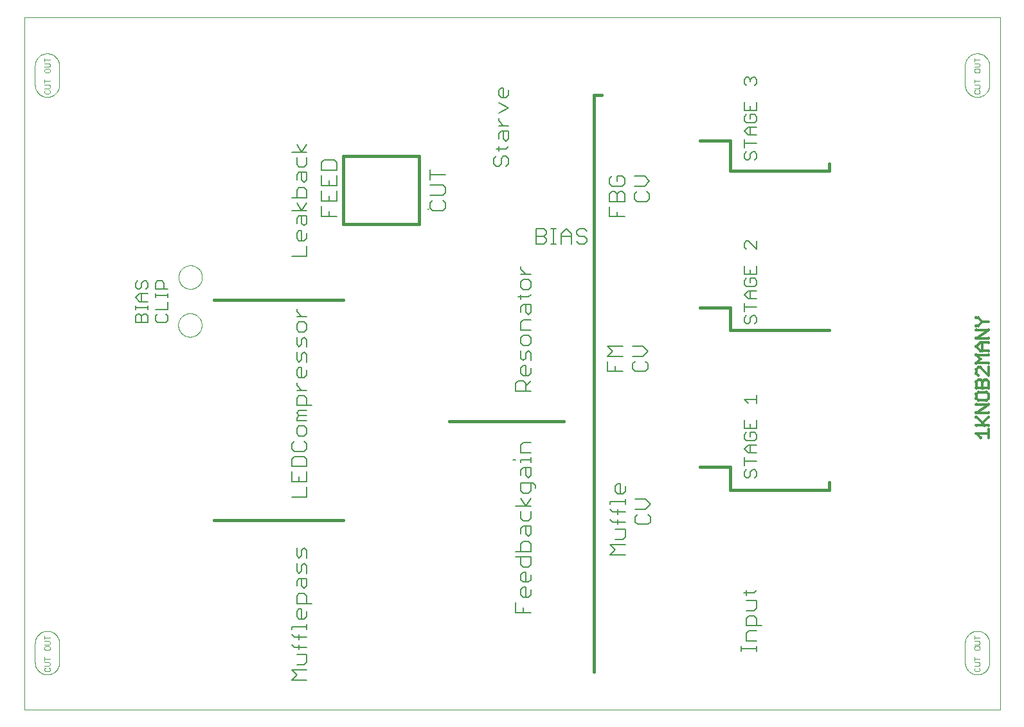
<source format=gto>
G75*
%MOIN*%
%OFA0B0*%
%FSLAX25Y25*%
%IPPOS*%
%LPD*%
%AMOC8*
5,1,8,0,0,1.08239X$1,22.5*
%
%ADD10C,0.00000*%
%ADD11C,0.01200*%
%ADD12C,0.00700*%
%ADD13C,0.00600*%
%ADD14R,0.00787X0.00787*%
%ADD15C,0.01600*%
%ADD16C,0.00010*%
%ADD17C,0.00200*%
D10*
X0001000Y0001600D02*
X0506906Y0001600D01*
X0506906Y0361049D01*
X0001000Y0361049D01*
X0001000Y0001600D01*
X0080784Y0201195D02*
X0080786Y0201351D01*
X0080792Y0201507D01*
X0080802Y0201662D01*
X0080816Y0201817D01*
X0080834Y0201972D01*
X0080856Y0202126D01*
X0080881Y0202280D01*
X0080911Y0202433D01*
X0080945Y0202585D01*
X0080982Y0202737D01*
X0081023Y0202887D01*
X0081068Y0203036D01*
X0081117Y0203184D01*
X0081170Y0203331D01*
X0081226Y0203476D01*
X0081286Y0203620D01*
X0081350Y0203762D01*
X0081418Y0203903D01*
X0081489Y0204041D01*
X0081563Y0204178D01*
X0081641Y0204313D01*
X0081722Y0204446D01*
X0081807Y0204577D01*
X0081895Y0204706D01*
X0081986Y0204832D01*
X0082081Y0204956D01*
X0082178Y0205077D01*
X0082279Y0205196D01*
X0082383Y0205313D01*
X0082489Y0205426D01*
X0082599Y0205537D01*
X0082711Y0205645D01*
X0082826Y0205750D01*
X0082944Y0205853D01*
X0083064Y0205952D01*
X0083187Y0206048D01*
X0083312Y0206141D01*
X0083439Y0206230D01*
X0083569Y0206317D01*
X0083701Y0206400D01*
X0083835Y0206479D01*
X0083971Y0206556D01*
X0084109Y0206628D01*
X0084248Y0206698D01*
X0084390Y0206763D01*
X0084533Y0206825D01*
X0084677Y0206883D01*
X0084823Y0206938D01*
X0084971Y0206989D01*
X0085119Y0207036D01*
X0085269Y0207079D01*
X0085420Y0207118D01*
X0085572Y0207154D01*
X0085724Y0207185D01*
X0085878Y0207213D01*
X0086032Y0207237D01*
X0086186Y0207257D01*
X0086341Y0207273D01*
X0086497Y0207285D01*
X0086652Y0207293D01*
X0086808Y0207297D01*
X0086964Y0207297D01*
X0087120Y0207293D01*
X0087275Y0207285D01*
X0087431Y0207273D01*
X0087586Y0207257D01*
X0087740Y0207237D01*
X0087894Y0207213D01*
X0088048Y0207185D01*
X0088200Y0207154D01*
X0088352Y0207118D01*
X0088503Y0207079D01*
X0088653Y0207036D01*
X0088801Y0206989D01*
X0088949Y0206938D01*
X0089095Y0206883D01*
X0089239Y0206825D01*
X0089382Y0206763D01*
X0089524Y0206698D01*
X0089663Y0206628D01*
X0089801Y0206556D01*
X0089937Y0206479D01*
X0090071Y0206400D01*
X0090203Y0206317D01*
X0090333Y0206230D01*
X0090460Y0206141D01*
X0090585Y0206048D01*
X0090708Y0205952D01*
X0090828Y0205853D01*
X0090946Y0205750D01*
X0091061Y0205645D01*
X0091173Y0205537D01*
X0091283Y0205426D01*
X0091389Y0205313D01*
X0091493Y0205196D01*
X0091594Y0205077D01*
X0091691Y0204956D01*
X0091786Y0204832D01*
X0091877Y0204706D01*
X0091965Y0204577D01*
X0092050Y0204446D01*
X0092131Y0204313D01*
X0092209Y0204178D01*
X0092283Y0204041D01*
X0092354Y0203903D01*
X0092422Y0203762D01*
X0092486Y0203620D01*
X0092546Y0203476D01*
X0092602Y0203331D01*
X0092655Y0203184D01*
X0092704Y0203036D01*
X0092749Y0202887D01*
X0092790Y0202737D01*
X0092827Y0202585D01*
X0092861Y0202433D01*
X0092891Y0202280D01*
X0092916Y0202126D01*
X0092938Y0201972D01*
X0092956Y0201817D01*
X0092970Y0201662D01*
X0092980Y0201507D01*
X0092986Y0201351D01*
X0092988Y0201195D01*
X0092986Y0201039D01*
X0092980Y0200883D01*
X0092970Y0200728D01*
X0092956Y0200573D01*
X0092938Y0200418D01*
X0092916Y0200264D01*
X0092891Y0200110D01*
X0092861Y0199957D01*
X0092827Y0199805D01*
X0092790Y0199653D01*
X0092749Y0199503D01*
X0092704Y0199354D01*
X0092655Y0199206D01*
X0092602Y0199059D01*
X0092546Y0198914D01*
X0092486Y0198770D01*
X0092422Y0198628D01*
X0092354Y0198487D01*
X0092283Y0198349D01*
X0092209Y0198212D01*
X0092131Y0198077D01*
X0092050Y0197944D01*
X0091965Y0197813D01*
X0091877Y0197684D01*
X0091786Y0197558D01*
X0091691Y0197434D01*
X0091594Y0197313D01*
X0091493Y0197194D01*
X0091389Y0197077D01*
X0091283Y0196964D01*
X0091173Y0196853D01*
X0091061Y0196745D01*
X0090946Y0196640D01*
X0090828Y0196537D01*
X0090708Y0196438D01*
X0090585Y0196342D01*
X0090460Y0196249D01*
X0090333Y0196160D01*
X0090203Y0196073D01*
X0090071Y0195990D01*
X0089937Y0195911D01*
X0089801Y0195834D01*
X0089663Y0195762D01*
X0089524Y0195692D01*
X0089382Y0195627D01*
X0089239Y0195565D01*
X0089095Y0195507D01*
X0088949Y0195452D01*
X0088801Y0195401D01*
X0088653Y0195354D01*
X0088503Y0195311D01*
X0088352Y0195272D01*
X0088200Y0195236D01*
X0088048Y0195205D01*
X0087894Y0195177D01*
X0087740Y0195153D01*
X0087586Y0195133D01*
X0087431Y0195117D01*
X0087275Y0195105D01*
X0087120Y0195097D01*
X0086964Y0195093D01*
X0086808Y0195093D01*
X0086652Y0195097D01*
X0086497Y0195105D01*
X0086341Y0195117D01*
X0086186Y0195133D01*
X0086032Y0195153D01*
X0085878Y0195177D01*
X0085724Y0195205D01*
X0085572Y0195236D01*
X0085420Y0195272D01*
X0085269Y0195311D01*
X0085119Y0195354D01*
X0084971Y0195401D01*
X0084823Y0195452D01*
X0084677Y0195507D01*
X0084533Y0195565D01*
X0084390Y0195627D01*
X0084248Y0195692D01*
X0084109Y0195762D01*
X0083971Y0195834D01*
X0083835Y0195911D01*
X0083701Y0195990D01*
X0083569Y0196073D01*
X0083439Y0196160D01*
X0083312Y0196249D01*
X0083187Y0196342D01*
X0083064Y0196438D01*
X0082944Y0196537D01*
X0082826Y0196640D01*
X0082711Y0196745D01*
X0082599Y0196853D01*
X0082489Y0196964D01*
X0082383Y0197077D01*
X0082279Y0197194D01*
X0082178Y0197313D01*
X0082081Y0197434D01*
X0081986Y0197558D01*
X0081895Y0197684D01*
X0081807Y0197813D01*
X0081722Y0197944D01*
X0081641Y0198077D01*
X0081563Y0198212D01*
X0081489Y0198349D01*
X0081418Y0198487D01*
X0081350Y0198628D01*
X0081286Y0198770D01*
X0081226Y0198914D01*
X0081170Y0199059D01*
X0081117Y0199206D01*
X0081068Y0199354D01*
X0081023Y0199503D01*
X0080982Y0199653D01*
X0080945Y0199805D01*
X0080911Y0199957D01*
X0080881Y0200110D01*
X0080856Y0200264D01*
X0080834Y0200418D01*
X0080816Y0200573D01*
X0080802Y0200728D01*
X0080792Y0200883D01*
X0080786Y0201039D01*
X0080784Y0201195D01*
X0080954Y0226075D02*
X0080956Y0226231D01*
X0080962Y0226387D01*
X0080972Y0226542D01*
X0080986Y0226697D01*
X0081004Y0226852D01*
X0081026Y0227006D01*
X0081051Y0227160D01*
X0081081Y0227313D01*
X0081115Y0227465D01*
X0081152Y0227617D01*
X0081193Y0227767D01*
X0081238Y0227916D01*
X0081287Y0228064D01*
X0081340Y0228211D01*
X0081396Y0228356D01*
X0081456Y0228500D01*
X0081520Y0228642D01*
X0081588Y0228783D01*
X0081659Y0228921D01*
X0081733Y0229058D01*
X0081811Y0229193D01*
X0081892Y0229326D01*
X0081977Y0229457D01*
X0082065Y0229586D01*
X0082156Y0229712D01*
X0082251Y0229836D01*
X0082348Y0229957D01*
X0082449Y0230076D01*
X0082553Y0230193D01*
X0082659Y0230306D01*
X0082769Y0230417D01*
X0082881Y0230525D01*
X0082996Y0230630D01*
X0083114Y0230733D01*
X0083234Y0230832D01*
X0083357Y0230928D01*
X0083482Y0231021D01*
X0083609Y0231110D01*
X0083739Y0231197D01*
X0083871Y0231280D01*
X0084005Y0231359D01*
X0084141Y0231436D01*
X0084279Y0231508D01*
X0084418Y0231578D01*
X0084560Y0231643D01*
X0084703Y0231705D01*
X0084847Y0231763D01*
X0084993Y0231818D01*
X0085141Y0231869D01*
X0085289Y0231916D01*
X0085439Y0231959D01*
X0085590Y0231998D01*
X0085742Y0232034D01*
X0085894Y0232065D01*
X0086048Y0232093D01*
X0086202Y0232117D01*
X0086356Y0232137D01*
X0086511Y0232153D01*
X0086667Y0232165D01*
X0086822Y0232173D01*
X0086978Y0232177D01*
X0087134Y0232177D01*
X0087290Y0232173D01*
X0087445Y0232165D01*
X0087601Y0232153D01*
X0087756Y0232137D01*
X0087910Y0232117D01*
X0088064Y0232093D01*
X0088218Y0232065D01*
X0088370Y0232034D01*
X0088522Y0231998D01*
X0088673Y0231959D01*
X0088823Y0231916D01*
X0088971Y0231869D01*
X0089119Y0231818D01*
X0089265Y0231763D01*
X0089409Y0231705D01*
X0089552Y0231643D01*
X0089694Y0231578D01*
X0089833Y0231508D01*
X0089971Y0231436D01*
X0090107Y0231359D01*
X0090241Y0231280D01*
X0090373Y0231197D01*
X0090503Y0231110D01*
X0090630Y0231021D01*
X0090755Y0230928D01*
X0090878Y0230832D01*
X0090998Y0230733D01*
X0091116Y0230630D01*
X0091231Y0230525D01*
X0091343Y0230417D01*
X0091453Y0230306D01*
X0091559Y0230193D01*
X0091663Y0230076D01*
X0091764Y0229957D01*
X0091861Y0229836D01*
X0091956Y0229712D01*
X0092047Y0229586D01*
X0092135Y0229457D01*
X0092220Y0229326D01*
X0092301Y0229193D01*
X0092379Y0229058D01*
X0092453Y0228921D01*
X0092524Y0228783D01*
X0092592Y0228642D01*
X0092656Y0228500D01*
X0092716Y0228356D01*
X0092772Y0228211D01*
X0092825Y0228064D01*
X0092874Y0227916D01*
X0092919Y0227767D01*
X0092960Y0227617D01*
X0092997Y0227465D01*
X0093031Y0227313D01*
X0093061Y0227160D01*
X0093086Y0227006D01*
X0093108Y0226852D01*
X0093126Y0226697D01*
X0093140Y0226542D01*
X0093150Y0226387D01*
X0093156Y0226231D01*
X0093158Y0226075D01*
X0093156Y0225919D01*
X0093150Y0225763D01*
X0093140Y0225608D01*
X0093126Y0225453D01*
X0093108Y0225298D01*
X0093086Y0225144D01*
X0093061Y0224990D01*
X0093031Y0224837D01*
X0092997Y0224685D01*
X0092960Y0224533D01*
X0092919Y0224383D01*
X0092874Y0224234D01*
X0092825Y0224086D01*
X0092772Y0223939D01*
X0092716Y0223794D01*
X0092656Y0223650D01*
X0092592Y0223508D01*
X0092524Y0223367D01*
X0092453Y0223229D01*
X0092379Y0223092D01*
X0092301Y0222957D01*
X0092220Y0222824D01*
X0092135Y0222693D01*
X0092047Y0222564D01*
X0091956Y0222438D01*
X0091861Y0222314D01*
X0091764Y0222193D01*
X0091663Y0222074D01*
X0091559Y0221957D01*
X0091453Y0221844D01*
X0091343Y0221733D01*
X0091231Y0221625D01*
X0091116Y0221520D01*
X0090998Y0221417D01*
X0090878Y0221318D01*
X0090755Y0221222D01*
X0090630Y0221129D01*
X0090503Y0221040D01*
X0090373Y0220953D01*
X0090241Y0220870D01*
X0090107Y0220791D01*
X0089971Y0220714D01*
X0089833Y0220642D01*
X0089694Y0220572D01*
X0089552Y0220507D01*
X0089409Y0220445D01*
X0089265Y0220387D01*
X0089119Y0220332D01*
X0088971Y0220281D01*
X0088823Y0220234D01*
X0088673Y0220191D01*
X0088522Y0220152D01*
X0088370Y0220116D01*
X0088218Y0220085D01*
X0088064Y0220057D01*
X0087910Y0220033D01*
X0087756Y0220013D01*
X0087601Y0219997D01*
X0087445Y0219985D01*
X0087290Y0219977D01*
X0087134Y0219973D01*
X0086978Y0219973D01*
X0086822Y0219977D01*
X0086667Y0219985D01*
X0086511Y0219997D01*
X0086356Y0220013D01*
X0086202Y0220033D01*
X0086048Y0220057D01*
X0085894Y0220085D01*
X0085742Y0220116D01*
X0085590Y0220152D01*
X0085439Y0220191D01*
X0085289Y0220234D01*
X0085141Y0220281D01*
X0084993Y0220332D01*
X0084847Y0220387D01*
X0084703Y0220445D01*
X0084560Y0220507D01*
X0084418Y0220572D01*
X0084279Y0220642D01*
X0084141Y0220714D01*
X0084005Y0220791D01*
X0083871Y0220870D01*
X0083739Y0220953D01*
X0083609Y0221040D01*
X0083482Y0221129D01*
X0083357Y0221222D01*
X0083234Y0221318D01*
X0083114Y0221417D01*
X0082996Y0221520D01*
X0082881Y0221625D01*
X0082769Y0221733D01*
X0082659Y0221844D01*
X0082553Y0221957D01*
X0082449Y0222074D01*
X0082348Y0222193D01*
X0082251Y0222314D01*
X0082156Y0222438D01*
X0082065Y0222564D01*
X0081977Y0222693D01*
X0081892Y0222824D01*
X0081811Y0222957D01*
X0081733Y0223092D01*
X0081659Y0223229D01*
X0081588Y0223367D01*
X0081520Y0223508D01*
X0081456Y0223650D01*
X0081396Y0223794D01*
X0081340Y0223939D01*
X0081287Y0224086D01*
X0081238Y0224234D01*
X0081193Y0224383D01*
X0081152Y0224533D01*
X0081115Y0224685D01*
X0081081Y0224837D01*
X0081051Y0224990D01*
X0081026Y0225144D01*
X0081004Y0225298D01*
X0080986Y0225453D01*
X0080972Y0225608D01*
X0080962Y0225763D01*
X0080956Y0225919D01*
X0080954Y0226075D01*
D11*
X0494609Y0205235D02*
X0494586Y0205233D01*
X0494563Y0205228D01*
X0494541Y0205219D01*
X0494521Y0205206D01*
X0494503Y0205191D01*
X0494488Y0205173D01*
X0494475Y0205153D01*
X0494466Y0205131D01*
X0494461Y0205108D01*
X0494459Y0205085D01*
X0494461Y0205062D01*
X0494466Y0205039D01*
X0494475Y0205017D01*
X0494488Y0204997D01*
X0494503Y0204979D01*
X0494521Y0204964D01*
X0494541Y0204951D01*
X0494563Y0204942D01*
X0494586Y0204937D01*
X0494609Y0204935D01*
X0494609Y0205085D02*
X0495677Y0205085D01*
X0495783Y0205191D02*
X0495765Y0205206D01*
X0495745Y0205219D01*
X0495723Y0205228D01*
X0495700Y0205233D01*
X0495677Y0205235D01*
X0495654Y0205233D01*
X0495631Y0205228D01*
X0495609Y0205219D01*
X0495589Y0205206D01*
X0495571Y0205191D01*
X0495556Y0205173D01*
X0495543Y0205153D01*
X0495534Y0205131D01*
X0495529Y0205108D01*
X0495527Y0205085D01*
X0495529Y0205062D01*
X0495534Y0205039D01*
X0495543Y0205017D01*
X0495556Y0204997D01*
X0495571Y0204979D01*
X0495677Y0204935D02*
X0495700Y0204937D01*
X0495723Y0204942D01*
X0495745Y0204951D01*
X0495765Y0204964D01*
X0495783Y0204979D01*
X0495798Y0204997D01*
X0495811Y0205017D01*
X0495820Y0205039D01*
X0495825Y0205062D01*
X0495827Y0205085D01*
X0495825Y0205108D01*
X0495820Y0205131D01*
X0495811Y0205153D01*
X0495798Y0205173D01*
X0495783Y0205191D01*
X0495765Y0205206D01*
X0495745Y0205219D01*
X0495723Y0205228D01*
X0495700Y0205233D01*
X0495677Y0205235D01*
X0495677Y0205085D02*
X0497812Y0202950D01*
X0497812Y0203100D02*
X0497789Y0203098D01*
X0497766Y0203093D01*
X0497744Y0203084D01*
X0497724Y0203071D01*
X0497706Y0203056D01*
X0497691Y0203038D01*
X0497678Y0203018D01*
X0497669Y0202996D01*
X0497664Y0202973D01*
X0497662Y0202950D01*
X0497664Y0202927D01*
X0497669Y0202904D01*
X0497678Y0202882D01*
X0497691Y0202862D01*
X0497706Y0202844D01*
X0497724Y0202829D01*
X0497744Y0202816D01*
X0497766Y0202807D01*
X0497789Y0202802D01*
X0497812Y0202800D01*
X0497706Y0202844D02*
X0497812Y0202950D01*
X0501015Y0202950D01*
X0501015Y0202800D02*
X0501038Y0202802D01*
X0501061Y0202807D01*
X0501083Y0202816D01*
X0501103Y0202829D01*
X0501121Y0202844D01*
X0501136Y0202862D01*
X0501149Y0202882D01*
X0501158Y0202904D01*
X0501163Y0202927D01*
X0501165Y0202950D01*
X0501163Y0202973D01*
X0501158Y0202996D01*
X0501149Y0203018D01*
X0501136Y0203038D01*
X0501121Y0203056D01*
X0501103Y0203071D01*
X0501083Y0203084D01*
X0501061Y0203093D01*
X0501038Y0203098D01*
X0501015Y0203100D01*
X0497918Y0203056D02*
X0497933Y0203038D01*
X0497946Y0203018D01*
X0497955Y0202996D01*
X0497960Y0202974D01*
X0497962Y0202950D01*
X0497960Y0202927D01*
X0497955Y0202904D01*
X0497946Y0202882D01*
X0497933Y0202862D01*
X0497918Y0202844D01*
X0497900Y0202829D01*
X0497880Y0202816D01*
X0497858Y0202807D01*
X0497836Y0202802D01*
X0497812Y0202800D01*
X0497789Y0202802D01*
X0497766Y0202807D01*
X0497744Y0202816D01*
X0497724Y0202829D01*
X0497706Y0202844D01*
X0495677Y0200815D01*
X0495571Y0200921D02*
X0495556Y0200903D01*
X0495543Y0200883D01*
X0495534Y0200861D01*
X0495529Y0200838D01*
X0495527Y0200815D01*
X0495529Y0200791D01*
X0495534Y0200769D01*
X0495543Y0200747D01*
X0495556Y0200727D01*
X0495571Y0200709D01*
X0495589Y0200694D01*
X0495609Y0200681D01*
X0495631Y0200672D01*
X0495654Y0200667D01*
X0495677Y0200665D01*
X0495701Y0200667D01*
X0495723Y0200672D01*
X0495745Y0200681D01*
X0495765Y0200694D01*
X0495783Y0200709D01*
X0495677Y0200665D02*
X0495700Y0200667D01*
X0495723Y0200672D01*
X0495745Y0200681D01*
X0495765Y0200694D01*
X0495783Y0200709D01*
X0495798Y0200727D01*
X0495811Y0200747D01*
X0495820Y0200769D01*
X0495825Y0200792D01*
X0495827Y0200815D01*
X0495825Y0200838D01*
X0495820Y0200861D01*
X0495811Y0200883D01*
X0495798Y0200903D01*
X0495783Y0200921D01*
X0495765Y0200936D01*
X0495745Y0200949D01*
X0495723Y0200958D01*
X0495700Y0200963D01*
X0495677Y0200965D01*
X0495677Y0200815D02*
X0494609Y0200815D01*
X0494609Y0200965D02*
X0494586Y0200963D01*
X0494563Y0200958D01*
X0494541Y0200949D01*
X0494521Y0200936D01*
X0494503Y0200921D01*
X0494488Y0200903D01*
X0494475Y0200883D01*
X0494466Y0200861D01*
X0494461Y0200838D01*
X0494459Y0200815D01*
X0494461Y0200792D01*
X0494466Y0200769D01*
X0494475Y0200747D01*
X0494488Y0200727D01*
X0494503Y0200709D01*
X0494521Y0200694D01*
X0494541Y0200681D01*
X0494563Y0200672D01*
X0494586Y0200667D01*
X0494609Y0200665D01*
X0494609Y0198790D02*
X0494586Y0198788D01*
X0494563Y0198783D01*
X0494541Y0198774D01*
X0494521Y0198761D01*
X0494503Y0198746D01*
X0494488Y0198728D01*
X0494475Y0198708D01*
X0494466Y0198686D01*
X0494461Y0198663D01*
X0494459Y0198640D01*
X0494461Y0198617D01*
X0494466Y0198594D01*
X0494475Y0198572D01*
X0494488Y0198552D01*
X0494503Y0198534D01*
X0494521Y0198519D01*
X0494541Y0198506D01*
X0494563Y0198497D01*
X0494586Y0198492D01*
X0494609Y0198490D01*
X0494609Y0198640D02*
X0501015Y0198640D01*
X0501015Y0198490D02*
X0501038Y0198492D01*
X0501061Y0198497D01*
X0501083Y0198506D01*
X0501103Y0198519D01*
X0501121Y0198534D01*
X0501136Y0198552D01*
X0501149Y0198572D01*
X0501158Y0198594D01*
X0501163Y0198617D01*
X0501165Y0198640D01*
X0501163Y0198663D01*
X0501158Y0198686D01*
X0501149Y0198708D01*
X0501136Y0198728D01*
X0501121Y0198746D01*
X0501103Y0198761D01*
X0501083Y0198774D01*
X0501061Y0198783D01*
X0501038Y0198788D01*
X0501015Y0198790D01*
X0500932Y0198765D02*
X0500952Y0198776D01*
X0500975Y0198784D01*
X0500998Y0198789D01*
X0501021Y0198790D01*
X0501045Y0198787D01*
X0501067Y0198781D01*
X0501089Y0198771D01*
X0501108Y0198758D01*
X0501125Y0198742D01*
X0501140Y0198723D01*
X0501151Y0198703D01*
X0501159Y0198680D01*
X0501164Y0198657D01*
X0501165Y0198634D01*
X0501162Y0198610D01*
X0501156Y0198588D01*
X0501146Y0198566D01*
X0501133Y0198547D01*
X0501117Y0198530D01*
X0501098Y0198515D01*
X0501015Y0198640D02*
X0494609Y0194370D01*
X0494609Y0194520D02*
X0494586Y0194518D01*
X0494563Y0194513D01*
X0494541Y0194504D01*
X0494521Y0194491D01*
X0494503Y0194476D01*
X0494488Y0194458D01*
X0494475Y0194438D01*
X0494466Y0194416D01*
X0494461Y0194393D01*
X0494459Y0194370D01*
X0494461Y0194347D01*
X0494466Y0194324D01*
X0494475Y0194302D01*
X0494488Y0194282D01*
X0494503Y0194264D01*
X0494521Y0194249D01*
X0494541Y0194236D01*
X0494563Y0194227D01*
X0494586Y0194222D01*
X0494609Y0194220D01*
X0494692Y0194244D02*
X0494671Y0194233D01*
X0494649Y0194225D01*
X0494626Y0194220D01*
X0494603Y0194219D01*
X0494579Y0194222D01*
X0494557Y0194228D01*
X0494535Y0194238D01*
X0494516Y0194251D01*
X0494499Y0194267D01*
X0494484Y0194286D01*
X0494473Y0194307D01*
X0494465Y0194329D01*
X0494460Y0194352D01*
X0494459Y0194375D01*
X0494462Y0194399D01*
X0494468Y0194421D01*
X0494478Y0194443D01*
X0494491Y0194462D01*
X0494507Y0194479D01*
X0494526Y0194494D01*
X0494609Y0194370D02*
X0501015Y0194370D01*
X0501015Y0194220D02*
X0501038Y0194222D01*
X0501061Y0194227D01*
X0501083Y0194236D01*
X0501103Y0194249D01*
X0501121Y0194264D01*
X0501136Y0194282D01*
X0501149Y0194302D01*
X0501158Y0194324D01*
X0501163Y0194347D01*
X0501165Y0194370D01*
X0501163Y0194393D01*
X0501158Y0194416D01*
X0501149Y0194438D01*
X0501136Y0194458D01*
X0501121Y0194476D01*
X0501103Y0194491D01*
X0501083Y0194504D01*
X0501061Y0194513D01*
X0501038Y0194518D01*
X0501015Y0194520D01*
X0501015Y0192344D02*
X0501038Y0192342D01*
X0501061Y0192337D01*
X0501083Y0192328D01*
X0501103Y0192315D01*
X0501121Y0192300D01*
X0501136Y0192282D01*
X0501149Y0192262D01*
X0501158Y0192240D01*
X0501163Y0192217D01*
X0501165Y0192194D01*
X0501163Y0192171D01*
X0501158Y0192148D01*
X0501149Y0192126D01*
X0501136Y0192106D01*
X0501121Y0192088D01*
X0501103Y0192073D01*
X0501083Y0192060D01*
X0501061Y0192051D01*
X0501038Y0192046D01*
X0501015Y0192044D01*
X0501015Y0192194D02*
X0497962Y0192194D01*
X0497812Y0192194D01*
X0497962Y0192194D02*
X0497960Y0192217D01*
X0497955Y0192240D01*
X0497946Y0192262D01*
X0497933Y0192282D01*
X0497918Y0192300D01*
X0497900Y0192315D01*
X0497880Y0192328D01*
X0497858Y0192337D01*
X0497835Y0192342D01*
X0497812Y0192344D01*
X0497789Y0192342D01*
X0497766Y0192337D01*
X0497744Y0192328D01*
X0497724Y0192315D01*
X0497706Y0192300D01*
X0497691Y0192282D01*
X0497678Y0192262D01*
X0497669Y0192240D01*
X0497664Y0192217D01*
X0497662Y0192194D01*
X0497812Y0192194D01*
X0497812Y0187924D01*
X0497662Y0187924D02*
X0497664Y0187901D01*
X0497669Y0187878D01*
X0497678Y0187856D01*
X0497691Y0187836D01*
X0497706Y0187818D01*
X0497724Y0187803D01*
X0497744Y0187790D01*
X0497766Y0187781D01*
X0497789Y0187776D01*
X0497812Y0187774D01*
X0497835Y0187776D01*
X0497858Y0187781D01*
X0497880Y0187790D01*
X0497900Y0187803D01*
X0497918Y0187818D01*
X0497933Y0187836D01*
X0497946Y0187856D01*
X0497955Y0187878D01*
X0497960Y0187901D01*
X0497962Y0187924D01*
X0497812Y0187924D01*
X0497662Y0187924D01*
X0496744Y0187924D01*
X0496744Y0188074D02*
X0496721Y0188072D01*
X0496698Y0188067D01*
X0496676Y0188058D01*
X0496656Y0188045D01*
X0496638Y0188030D01*
X0496623Y0188012D01*
X0496610Y0187992D01*
X0496601Y0187970D01*
X0496596Y0187947D01*
X0496594Y0187924D01*
X0496596Y0187901D01*
X0496601Y0187878D01*
X0496610Y0187856D01*
X0496623Y0187836D01*
X0496638Y0187818D01*
X0496656Y0187803D01*
X0496676Y0187790D01*
X0496698Y0187781D01*
X0496721Y0187776D01*
X0496744Y0187774D01*
X0496639Y0187818D02*
X0496657Y0187803D01*
X0496677Y0187790D01*
X0496699Y0187781D01*
X0496721Y0187776D01*
X0496745Y0187774D01*
X0496768Y0187776D01*
X0496791Y0187781D01*
X0496813Y0187790D01*
X0496833Y0187803D01*
X0496851Y0187818D01*
X0496866Y0187836D01*
X0496879Y0187856D01*
X0496888Y0187878D01*
X0496893Y0187900D01*
X0496895Y0187924D01*
X0496893Y0187947D01*
X0496888Y0187970D01*
X0496879Y0187992D01*
X0496866Y0188012D01*
X0496851Y0188030D01*
X0496744Y0187924D02*
X0494609Y0190059D01*
X0496744Y0192194D01*
X0496744Y0192344D02*
X0496721Y0192342D01*
X0496698Y0192337D01*
X0496676Y0192328D01*
X0496656Y0192315D01*
X0496638Y0192300D01*
X0496623Y0192282D01*
X0496610Y0192262D01*
X0496601Y0192240D01*
X0496596Y0192217D01*
X0496594Y0192194D01*
X0496596Y0192171D01*
X0496601Y0192148D01*
X0496610Y0192126D01*
X0496623Y0192106D01*
X0496638Y0192088D01*
X0496656Y0192073D01*
X0496676Y0192060D01*
X0496698Y0192051D01*
X0496721Y0192046D01*
X0496744Y0192044D01*
X0496851Y0192088D02*
X0496866Y0192106D01*
X0496879Y0192126D01*
X0496888Y0192148D01*
X0496893Y0192171D01*
X0496895Y0192194D01*
X0496893Y0192217D01*
X0496888Y0192240D01*
X0496879Y0192262D01*
X0496866Y0192282D01*
X0496851Y0192300D01*
X0496833Y0192315D01*
X0496813Y0192328D01*
X0496791Y0192337D01*
X0496768Y0192342D01*
X0496745Y0192344D01*
X0496722Y0192342D01*
X0496699Y0192337D01*
X0496677Y0192328D01*
X0496657Y0192315D01*
X0496639Y0192300D01*
X0496744Y0192194D02*
X0497662Y0192194D01*
X0494716Y0189953D02*
X0494698Y0189938D01*
X0494678Y0189925D01*
X0494656Y0189916D01*
X0494633Y0189911D01*
X0494610Y0189909D01*
X0494587Y0189911D01*
X0494564Y0189916D01*
X0494542Y0189925D01*
X0494522Y0189938D01*
X0494504Y0189953D01*
X0494489Y0189971D01*
X0494476Y0189991D01*
X0494467Y0190013D01*
X0494462Y0190036D01*
X0494460Y0190059D01*
X0494462Y0190082D01*
X0494467Y0190105D01*
X0494476Y0190127D01*
X0494489Y0190147D01*
X0494504Y0190165D01*
X0494489Y0190147D01*
X0494476Y0190127D01*
X0494467Y0190105D01*
X0494462Y0190082D01*
X0494460Y0190059D01*
X0494462Y0190036D01*
X0494467Y0190013D01*
X0494476Y0189991D01*
X0494489Y0189971D01*
X0494504Y0189953D01*
X0494504Y0190165D02*
X0494522Y0190180D01*
X0494542Y0190193D01*
X0494564Y0190202D01*
X0494587Y0190207D01*
X0494610Y0190209D01*
X0494633Y0190207D01*
X0494656Y0190202D01*
X0494678Y0190193D01*
X0494698Y0190180D01*
X0494716Y0190165D01*
X0497962Y0187924D02*
X0501015Y0187924D01*
X0501015Y0187774D02*
X0501038Y0187776D01*
X0501061Y0187781D01*
X0501083Y0187790D01*
X0501103Y0187803D01*
X0501121Y0187818D01*
X0501136Y0187836D01*
X0501149Y0187856D01*
X0501158Y0187878D01*
X0501163Y0187901D01*
X0501165Y0187924D01*
X0501163Y0187947D01*
X0501158Y0187970D01*
X0501149Y0187992D01*
X0501136Y0188012D01*
X0501121Y0188030D01*
X0501103Y0188045D01*
X0501083Y0188058D01*
X0501061Y0188067D01*
X0501038Y0188072D01*
X0501015Y0188074D01*
X0501015Y0185899D02*
X0501038Y0185897D01*
X0501061Y0185892D01*
X0501083Y0185883D01*
X0501103Y0185870D01*
X0501121Y0185855D01*
X0501136Y0185837D01*
X0501149Y0185817D01*
X0501158Y0185795D01*
X0501163Y0185772D01*
X0501165Y0185749D01*
X0501163Y0185726D01*
X0501158Y0185703D01*
X0501149Y0185681D01*
X0501136Y0185661D01*
X0501121Y0185643D01*
X0501103Y0185628D01*
X0501083Y0185615D01*
X0501061Y0185606D01*
X0501038Y0185601D01*
X0501015Y0185599D01*
X0501015Y0185749D02*
X0494609Y0185749D01*
X0494609Y0185899D02*
X0494586Y0185897D01*
X0494563Y0185892D01*
X0494541Y0185883D01*
X0494521Y0185870D01*
X0494503Y0185855D01*
X0494488Y0185837D01*
X0494475Y0185817D01*
X0494466Y0185795D01*
X0494461Y0185772D01*
X0494459Y0185749D01*
X0494461Y0185726D01*
X0494466Y0185703D01*
X0494475Y0185681D01*
X0494488Y0185661D01*
X0494503Y0185643D01*
X0494521Y0185628D01*
X0494541Y0185615D01*
X0494563Y0185606D01*
X0494586Y0185601D01*
X0494609Y0185599D01*
X0494504Y0185643D02*
X0494489Y0185661D01*
X0494476Y0185681D01*
X0494467Y0185703D01*
X0494462Y0185726D01*
X0494460Y0185749D01*
X0494462Y0185773D01*
X0494467Y0185795D01*
X0494476Y0185817D01*
X0494489Y0185837D01*
X0494504Y0185855D01*
X0494522Y0185870D01*
X0494542Y0185883D01*
X0494564Y0185892D01*
X0494587Y0185897D01*
X0494610Y0185899D01*
X0494634Y0185897D01*
X0494656Y0185892D01*
X0494678Y0185883D01*
X0494698Y0185870D01*
X0494716Y0185855D01*
X0494609Y0185749D02*
X0496744Y0183614D01*
X0494609Y0181478D01*
X0494609Y0181628D02*
X0494586Y0181626D01*
X0494563Y0181621D01*
X0494541Y0181612D01*
X0494521Y0181599D01*
X0494503Y0181584D01*
X0494488Y0181566D01*
X0494475Y0181546D01*
X0494466Y0181524D01*
X0494461Y0181501D01*
X0494459Y0181478D01*
X0494461Y0181455D01*
X0494466Y0181432D01*
X0494475Y0181410D01*
X0494488Y0181390D01*
X0494503Y0181372D01*
X0494521Y0181357D01*
X0494541Y0181344D01*
X0494563Y0181335D01*
X0494586Y0181330D01*
X0494609Y0181328D01*
X0494609Y0181478D02*
X0501015Y0181478D01*
X0501015Y0181328D02*
X0501038Y0181330D01*
X0501061Y0181335D01*
X0501083Y0181344D01*
X0501103Y0181357D01*
X0501121Y0181372D01*
X0501136Y0181390D01*
X0501149Y0181410D01*
X0501158Y0181432D01*
X0501163Y0181455D01*
X0501165Y0181478D01*
X0501163Y0181501D01*
X0501158Y0181524D01*
X0501149Y0181546D01*
X0501136Y0181566D01*
X0501121Y0181584D01*
X0501103Y0181599D01*
X0501083Y0181612D01*
X0501061Y0181621D01*
X0501038Y0181626D01*
X0501015Y0181628D01*
X0501165Y0179303D02*
X0501163Y0179326D01*
X0501158Y0179349D01*
X0501149Y0179371D01*
X0501136Y0179391D01*
X0501121Y0179409D01*
X0501103Y0179424D01*
X0501083Y0179437D01*
X0501061Y0179446D01*
X0501038Y0179451D01*
X0501015Y0179453D01*
X0500992Y0179451D01*
X0500969Y0179446D01*
X0500947Y0179437D01*
X0500927Y0179424D01*
X0500909Y0179409D01*
X0500894Y0179391D01*
X0500881Y0179371D01*
X0500872Y0179349D01*
X0500867Y0179326D01*
X0500865Y0179303D01*
X0501015Y0179303D02*
X0501015Y0175033D01*
X0500865Y0175033D02*
X0500867Y0175010D01*
X0500872Y0174987D01*
X0500881Y0174965D01*
X0500894Y0174945D01*
X0500909Y0174927D01*
X0500927Y0174912D01*
X0500947Y0174899D01*
X0500969Y0174890D01*
X0500992Y0174885D01*
X0501015Y0174883D01*
X0501038Y0174885D01*
X0501061Y0174890D01*
X0501083Y0174899D01*
X0501103Y0174912D01*
X0501121Y0174927D01*
X0501136Y0174945D01*
X0501149Y0174965D01*
X0501158Y0174987D01*
X0501163Y0175010D01*
X0501165Y0175033D01*
X0501121Y0175139D02*
X0501136Y0175121D01*
X0501149Y0175101D01*
X0501158Y0175079D01*
X0501163Y0175057D01*
X0501165Y0175033D01*
X0501163Y0175010D01*
X0501158Y0174987D01*
X0501149Y0174965D01*
X0501136Y0174945D01*
X0501121Y0174927D01*
X0501103Y0174912D01*
X0501083Y0174899D01*
X0501061Y0174890D01*
X0501039Y0174885D01*
X0501015Y0174883D01*
X0500992Y0174885D01*
X0500969Y0174890D01*
X0500947Y0174899D01*
X0500927Y0174912D01*
X0500909Y0174927D01*
X0501015Y0175033D02*
X0496744Y0179303D01*
X0496744Y0179153D02*
X0496767Y0179155D01*
X0496790Y0179160D01*
X0496812Y0179169D01*
X0496832Y0179182D01*
X0496850Y0179197D01*
X0496865Y0179215D01*
X0496878Y0179235D01*
X0496887Y0179257D01*
X0496892Y0179280D01*
X0496894Y0179303D01*
X0496892Y0179326D01*
X0496887Y0179349D01*
X0496878Y0179371D01*
X0496865Y0179391D01*
X0496850Y0179409D01*
X0496832Y0179424D01*
X0496812Y0179437D01*
X0496790Y0179446D01*
X0496767Y0179451D01*
X0496744Y0179453D01*
X0496851Y0179409D02*
X0496833Y0179424D01*
X0496813Y0179437D01*
X0496791Y0179446D01*
X0496768Y0179451D01*
X0496745Y0179453D01*
X0496722Y0179451D01*
X0496699Y0179446D01*
X0496677Y0179437D01*
X0496657Y0179424D01*
X0496639Y0179409D01*
X0496624Y0179391D01*
X0496611Y0179371D01*
X0496602Y0179349D01*
X0496597Y0179326D01*
X0496595Y0179303D01*
X0496597Y0179280D01*
X0496602Y0179257D01*
X0496611Y0179235D01*
X0496624Y0179215D01*
X0496639Y0179197D01*
X0496744Y0179303D02*
X0495677Y0179303D01*
X0495677Y0179453D02*
X0495654Y0179451D01*
X0495631Y0179446D01*
X0495609Y0179437D01*
X0495589Y0179424D01*
X0495571Y0179409D01*
X0495556Y0179391D01*
X0495543Y0179371D01*
X0495534Y0179349D01*
X0495529Y0179326D01*
X0495527Y0179303D01*
X0495529Y0179280D01*
X0495534Y0179257D01*
X0495543Y0179235D01*
X0495556Y0179215D01*
X0495571Y0179197D01*
X0495589Y0179182D01*
X0495609Y0179169D01*
X0495631Y0179160D01*
X0495654Y0179155D01*
X0495677Y0179153D01*
X0495677Y0179303D02*
X0494609Y0178236D01*
X0494759Y0178236D02*
X0494757Y0178259D01*
X0494752Y0178282D01*
X0494743Y0178304D01*
X0494730Y0178324D01*
X0494715Y0178342D01*
X0494697Y0178357D01*
X0494677Y0178370D01*
X0494655Y0178379D01*
X0494632Y0178384D01*
X0494609Y0178386D01*
X0494586Y0178384D01*
X0494563Y0178379D01*
X0494541Y0178370D01*
X0494521Y0178357D01*
X0494503Y0178342D01*
X0494488Y0178324D01*
X0494475Y0178304D01*
X0494466Y0178282D01*
X0494461Y0178259D01*
X0494459Y0178236D01*
X0494609Y0178236D02*
X0494609Y0176100D01*
X0494459Y0176100D02*
X0494461Y0176077D01*
X0494466Y0176054D01*
X0494475Y0176032D01*
X0494488Y0176012D01*
X0494503Y0175994D01*
X0494521Y0175979D01*
X0494541Y0175966D01*
X0494563Y0175957D01*
X0494586Y0175952D01*
X0494609Y0175950D01*
X0494632Y0175952D01*
X0494655Y0175957D01*
X0494677Y0175966D01*
X0494697Y0175979D01*
X0494715Y0175994D01*
X0494730Y0176012D01*
X0494743Y0176032D01*
X0494752Y0176054D01*
X0494757Y0176077D01*
X0494759Y0176100D01*
X0494716Y0176207D02*
X0494698Y0176222D01*
X0494678Y0176235D01*
X0494656Y0176244D01*
X0494633Y0176249D01*
X0494610Y0176251D01*
X0494587Y0176249D01*
X0494564Y0176244D01*
X0494542Y0176235D01*
X0494522Y0176222D01*
X0494504Y0176207D01*
X0494489Y0176189D01*
X0494476Y0176169D01*
X0494467Y0176147D01*
X0494462Y0176124D01*
X0494460Y0176101D01*
X0494462Y0176078D01*
X0494467Y0176055D01*
X0494476Y0176033D01*
X0494489Y0176013D01*
X0494504Y0175995D01*
X0494609Y0176100D02*
X0495677Y0175033D01*
X0495571Y0174927D02*
X0495589Y0174912D01*
X0495609Y0174899D01*
X0495631Y0174890D01*
X0495654Y0174885D01*
X0495677Y0174883D01*
X0495700Y0174885D01*
X0495723Y0174890D01*
X0495745Y0174899D01*
X0495765Y0174912D01*
X0495783Y0174927D01*
X0495798Y0174945D01*
X0495811Y0174965D01*
X0495820Y0174987D01*
X0495825Y0175010D01*
X0495827Y0175033D01*
X0495825Y0175056D01*
X0495820Y0175079D01*
X0495811Y0175101D01*
X0495798Y0175121D01*
X0495783Y0175139D01*
X0495677Y0173008D02*
X0495654Y0173006D01*
X0495631Y0173001D01*
X0495609Y0172992D01*
X0495589Y0172979D01*
X0495571Y0172964D01*
X0495556Y0172946D01*
X0495543Y0172926D01*
X0495534Y0172904D01*
X0495529Y0172881D01*
X0495527Y0172858D01*
X0495529Y0172835D01*
X0495534Y0172812D01*
X0495543Y0172790D01*
X0495556Y0172770D01*
X0495571Y0172752D01*
X0495589Y0172737D01*
X0495609Y0172724D01*
X0495631Y0172715D01*
X0495654Y0172710D01*
X0495677Y0172708D01*
X0495783Y0172752D02*
X0495798Y0172770D01*
X0495811Y0172790D01*
X0495820Y0172812D01*
X0495825Y0172835D01*
X0495827Y0172858D01*
X0495825Y0172881D01*
X0495820Y0172904D01*
X0495811Y0172926D01*
X0495798Y0172946D01*
X0495783Y0172964D01*
X0495765Y0172979D01*
X0495745Y0172992D01*
X0495723Y0173001D01*
X0495700Y0173006D01*
X0495677Y0173008D01*
X0495654Y0173006D01*
X0495631Y0173001D01*
X0495609Y0172992D01*
X0495589Y0172979D01*
X0495571Y0172964D01*
X0495677Y0172858D02*
X0496744Y0172858D01*
X0496744Y0172708D02*
X0496767Y0172710D01*
X0496790Y0172715D01*
X0496812Y0172724D01*
X0496832Y0172737D01*
X0496850Y0172752D01*
X0496865Y0172770D01*
X0496878Y0172790D01*
X0496887Y0172812D01*
X0496892Y0172835D01*
X0496894Y0172858D01*
X0496892Y0172881D01*
X0496887Y0172904D01*
X0496878Y0172926D01*
X0496865Y0172946D01*
X0496850Y0172964D01*
X0496832Y0172979D01*
X0496812Y0172992D01*
X0496790Y0173001D01*
X0496767Y0173006D01*
X0496744Y0173008D01*
X0496744Y0172858D02*
X0497812Y0171790D01*
X0497962Y0171790D02*
X0497960Y0171813D01*
X0497955Y0171836D01*
X0497946Y0171858D01*
X0497933Y0171878D01*
X0497918Y0171896D01*
X0497900Y0171911D01*
X0497880Y0171924D01*
X0497858Y0171933D01*
X0497835Y0171938D01*
X0497812Y0171940D01*
X0497789Y0171938D01*
X0497766Y0171933D01*
X0497744Y0171924D01*
X0497724Y0171911D01*
X0497706Y0171896D01*
X0497691Y0171878D01*
X0497678Y0171858D01*
X0497669Y0171836D01*
X0497664Y0171813D01*
X0497662Y0171790D01*
X0497812Y0171790D02*
X0497812Y0168587D01*
X0497662Y0168587D02*
X0497664Y0168564D01*
X0497669Y0168541D01*
X0497678Y0168519D01*
X0497691Y0168499D01*
X0497706Y0168481D01*
X0497724Y0168466D01*
X0497744Y0168453D01*
X0497766Y0168444D01*
X0497789Y0168439D01*
X0497812Y0168437D01*
X0497835Y0168439D01*
X0497858Y0168444D01*
X0497880Y0168453D01*
X0497900Y0168466D01*
X0497918Y0168481D01*
X0497933Y0168499D01*
X0497946Y0168519D01*
X0497955Y0168541D01*
X0497960Y0168564D01*
X0497962Y0168587D01*
X0497812Y0168587D01*
X0497662Y0168587D01*
X0494759Y0168587D01*
X0494609Y0168587D01*
X0494459Y0168587D02*
X0494461Y0168564D01*
X0494466Y0168541D01*
X0494475Y0168519D01*
X0494488Y0168499D01*
X0494503Y0168481D01*
X0494521Y0168466D01*
X0494541Y0168453D01*
X0494563Y0168444D01*
X0494586Y0168439D01*
X0494609Y0168437D01*
X0494632Y0168439D01*
X0494655Y0168444D01*
X0494677Y0168453D01*
X0494697Y0168466D01*
X0494715Y0168481D01*
X0494730Y0168499D01*
X0494743Y0168519D01*
X0494752Y0168541D01*
X0494757Y0168564D01*
X0494759Y0168587D01*
X0494609Y0168437D02*
X0494586Y0168439D01*
X0494563Y0168444D01*
X0494541Y0168453D01*
X0494521Y0168466D01*
X0494503Y0168481D01*
X0494488Y0168499D01*
X0494475Y0168519D01*
X0494466Y0168541D01*
X0494461Y0168564D01*
X0494459Y0168587D01*
X0494461Y0168610D01*
X0494466Y0168633D01*
X0494475Y0168655D01*
X0494488Y0168675D01*
X0494503Y0168693D01*
X0494521Y0168708D01*
X0494541Y0168721D01*
X0494563Y0168730D01*
X0494586Y0168735D01*
X0494609Y0168737D01*
X0494609Y0168587D02*
X0494609Y0171790D01*
X0494759Y0171790D02*
X0494757Y0171813D01*
X0494752Y0171836D01*
X0494743Y0171858D01*
X0494730Y0171878D01*
X0494715Y0171896D01*
X0494697Y0171911D01*
X0494677Y0171924D01*
X0494655Y0171933D01*
X0494632Y0171938D01*
X0494609Y0171940D01*
X0494586Y0171938D01*
X0494563Y0171933D01*
X0494541Y0171924D01*
X0494521Y0171911D01*
X0494503Y0171896D01*
X0494488Y0171878D01*
X0494475Y0171858D01*
X0494466Y0171836D01*
X0494461Y0171813D01*
X0494459Y0171790D01*
X0494609Y0171790D02*
X0495677Y0172858D01*
X0496639Y0172752D02*
X0496624Y0172770D01*
X0496611Y0172790D01*
X0496602Y0172812D01*
X0496597Y0172835D01*
X0496595Y0172858D01*
X0496597Y0172881D01*
X0496602Y0172904D01*
X0496611Y0172926D01*
X0496624Y0172946D01*
X0496639Y0172964D01*
X0496657Y0172979D01*
X0496677Y0172992D01*
X0496699Y0173001D01*
X0496722Y0173006D01*
X0496745Y0173008D01*
X0496768Y0173006D01*
X0496791Y0173001D01*
X0496813Y0172992D01*
X0496833Y0172979D01*
X0496851Y0172964D01*
X0497706Y0171896D02*
X0497691Y0171878D01*
X0497678Y0171858D01*
X0497669Y0171836D01*
X0497664Y0171814D01*
X0497662Y0171790D01*
X0497664Y0171767D01*
X0497669Y0171744D01*
X0497678Y0171722D01*
X0497691Y0171702D01*
X0497706Y0171684D01*
X0497724Y0171669D01*
X0497744Y0171656D01*
X0497766Y0171647D01*
X0497788Y0171642D01*
X0497812Y0171640D01*
X0497835Y0171642D01*
X0497858Y0171647D01*
X0497880Y0171656D01*
X0497900Y0171669D01*
X0497918Y0171684D01*
X0497812Y0171790D02*
X0498880Y0172858D01*
X0498880Y0173008D02*
X0498857Y0173006D01*
X0498834Y0173001D01*
X0498812Y0172992D01*
X0498792Y0172979D01*
X0498774Y0172964D01*
X0498759Y0172946D01*
X0498746Y0172926D01*
X0498737Y0172904D01*
X0498732Y0172881D01*
X0498730Y0172858D01*
X0498732Y0172835D01*
X0498737Y0172812D01*
X0498746Y0172790D01*
X0498759Y0172770D01*
X0498774Y0172752D01*
X0498792Y0172737D01*
X0498812Y0172724D01*
X0498834Y0172715D01*
X0498857Y0172710D01*
X0498880Y0172708D01*
X0498986Y0172752D02*
X0499001Y0172770D01*
X0499014Y0172790D01*
X0499023Y0172812D01*
X0499028Y0172835D01*
X0499030Y0172858D01*
X0499028Y0172881D01*
X0499023Y0172904D01*
X0499014Y0172926D01*
X0499001Y0172946D01*
X0498986Y0172964D01*
X0498968Y0172979D01*
X0498948Y0172992D01*
X0498926Y0173001D01*
X0498903Y0173006D01*
X0498880Y0173008D01*
X0498857Y0173006D01*
X0498834Y0173001D01*
X0498812Y0172992D01*
X0498792Y0172979D01*
X0498774Y0172964D01*
X0498880Y0172858D02*
X0499947Y0172858D01*
X0499947Y0172708D02*
X0499970Y0172710D01*
X0499993Y0172715D01*
X0500015Y0172724D01*
X0500035Y0172737D01*
X0500053Y0172752D01*
X0500068Y0172770D01*
X0500081Y0172790D01*
X0500090Y0172812D01*
X0500095Y0172835D01*
X0500097Y0172858D01*
X0500095Y0172881D01*
X0500090Y0172904D01*
X0500081Y0172926D01*
X0500068Y0172946D01*
X0500053Y0172964D01*
X0500035Y0172979D01*
X0500015Y0172992D01*
X0499993Y0173001D01*
X0499970Y0173006D01*
X0499947Y0173008D01*
X0499947Y0172858D02*
X0501015Y0171790D01*
X0501165Y0171790D02*
X0501163Y0171813D01*
X0501158Y0171836D01*
X0501149Y0171858D01*
X0501136Y0171878D01*
X0501121Y0171896D01*
X0501103Y0171911D01*
X0501083Y0171924D01*
X0501061Y0171933D01*
X0501038Y0171938D01*
X0501015Y0171940D01*
X0500992Y0171938D01*
X0500969Y0171933D01*
X0500947Y0171924D01*
X0500927Y0171911D01*
X0500909Y0171896D01*
X0500894Y0171878D01*
X0500881Y0171858D01*
X0500872Y0171836D01*
X0500867Y0171813D01*
X0500865Y0171790D01*
X0500909Y0171684D02*
X0500927Y0171669D01*
X0500947Y0171656D01*
X0500969Y0171647D01*
X0500992Y0171642D01*
X0501015Y0171640D01*
X0501039Y0171642D01*
X0501061Y0171647D01*
X0501083Y0171656D01*
X0501103Y0171669D01*
X0501121Y0171684D01*
X0501136Y0171702D01*
X0501149Y0171722D01*
X0501158Y0171744D01*
X0501163Y0171767D01*
X0501165Y0171790D01*
X0501163Y0171814D01*
X0501158Y0171836D01*
X0501149Y0171858D01*
X0501136Y0171878D01*
X0501121Y0171896D01*
X0501015Y0171790D02*
X0501015Y0168587D01*
X0500865Y0168587D02*
X0500867Y0168564D01*
X0500872Y0168541D01*
X0500881Y0168519D01*
X0500894Y0168499D01*
X0500909Y0168481D01*
X0500927Y0168466D01*
X0500947Y0168453D01*
X0500969Y0168444D01*
X0500992Y0168439D01*
X0501015Y0168437D01*
X0501038Y0168439D01*
X0501061Y0168444D01*
X0501083Y0168453D01*
X0501103Y0168466D01*
X0501121Y0168481D01*
X0501136Y0168499D01*
X0501149Y0168519D01*
X0501158Y0168541D01*
X0501163Y0168564D01*
X0501165Y0168587D01*
X0501163Y0168610D01*
X0501158Y0168633D01*
X0501149Y0168655D01*
X0501136Y0168675D01*
X0501121Y0168693D01*
X0501103Y0168708D01*
X0501083Y0168721D01*
X0501061Y0168730D01*
X0501038Y0168735D01*
X0501015Y0168737D01*
X0501165Y0168587D02*
X0501163Y0168564D01*
X0501158Y0168541D01*
X0501149Y0168519D01*
X0501136Y0168499D01*
X0501121Y0168481D01*
X0501103Y0168466D01*
X0501083Y0168453D01*
X0501061Y0168444D01*
X0501038Y0168439D01*
X0501015Y0168437D01*
X0501015Y0168587D02*
X0500865Y0168587D01*
X0497962Y0168587D01*
X0500053Y0166518D02*
X0500035Y0166533D01*
X0500015Y0166546D01*
X0499993Y0166555D01*
X0499970Y0166560D01*
X0499947Y0166562D01*
X0499924Y0166560D01*
X0499901Y0166555D01*
X0499879Y0166546D01*
X0499859Y0166533D01*
X0499841Y0166518D01*
X0499826Y0166500D01*
X0499813Y0166480D01*
X0499804Y0166458D01*
X0499799Y0166435D01*
X0499797Y0166412D01*
X0499799Y0166389D01*
X0499804Y0166366D01*
X0499813Y0166344D01*
X0499826Y0166324D01*
X0499841Y0166306D01*
X0499947Y0166262D02*
X0499970Y0166264D01*
X0499993Y0166269D01*
X0500015Y0166278D01*
X0500035Y0166291D01*
X0500053Y0166306D01*
X0500068Y0166324D01*
X0500081Y0166344D01*
X0500090Y0166366D01*
X0500095Y0166389D01*
X0500097Y0166412D01*
X0500095Y0166435D01*
X0500090Y0166458D01*
X0500081Y0166480D01*
X0500068Y0166500D01*
X0500053Y0166518D01*
X0500035Y0166533D01*
X0500015Y0166546D01*
X0499993Y0166555D01*
X0499970Y0166560D01*
X0499947Y0166562D01*
X0499947Y0166412D02*
X0495677Y0166412D01*
X0495677Y0166562D02*
X0495654Y0166560D01*
X0495631Y0166555D01*
X0495609Y0166546D01*
X0495589Y0166533D01*
X0495571Y0166518D01*
X0495556Y0166500D01*
X0495543Y0166480D01*
X0495534Y0166458D01*
X0495529Y0166435D01*
X0495527Y0166412D01*
X0495529Y0166389D01*
X0495534Y0166366D01*
X0495543Y0166344D01*
X0495556Y0166324D01*
X0495571Y0166306D01*
X0495589Y0166291D01*
X0495609Y0166278D01*
X0495631Y0166269D01*
X0495654Y0166264D01*
X0495677Y0166262D01*
X0495677Y0166412D02*
X0494609Y0165345D01*
X0494759Y0165345D02*
X0494757Y0165368D01*
X0494752Y0165391D01*
X0494743Y0165413D01*
X0494730Y0165433D01*
X0494715Y0165451D01*
X0494697Y0165466D01*
X0494677Y0165479D01*
X0494655Y0165488D01*
X0494632Y0165493D01*
X0494609Y0165495D01*
X0494586Y0165493D01*
X0494563Y0165488D01*
X0494541Y0165479D01*
X0494521Y0165466D01*
X0494503Y0165451D01*
X0494488Y0165433D01*
X0494475Y0165413D01*
X0494466Y0165391D01*
X0494461Y0165368D01*
X0494459Y0165345D01*
X0494609Y0165345D02*
X0494609Y0163209D01*
X0494459Y0163209D02*
X0494461Y0163186D01*
X0494466Y0163163D01*
X0494475Y0163141D01*
X0494488Y0163121D01*
X0494503Y0163103D01*
X0494521Y0163088D01*
X0494541Y0163075D01*
X0494563Y0163066D01*
X0494586Y0163061D01*
X0494609Y0163059D01*
X0494632Y0163061D01*
X0494655Y0163066D01*
X0494677Y0163075D01*
X0494697Y0163088D01*
X0494715Y0163103D01*
X0494730Y0163121D01*
X0494743Y0163141D01*
X0494752Y0163163D01*
X0494757Y0163186D01*
X0494759Y0163209D01*
X0494716Y0163316D02*
X0494698Y0163331D01*
X0494678Y0163344D01*
X0494656Y0163353D01*
X0494633Y0163358D01*
X0494610Y0163360D01*
X0494587Y0163358D01*
X0494564Y0163353D01*
X0494542Y0163344D01*
X0494522Y0163331D01*
X0494504Y0163316D01*
X0494489Y0163298D01*
X0494476Y0163278D01*
X0494467Y0163256D01*
X0494462Y0163233D01*
X0494460Y0163210D01*
X0494462Y0163187D01*
X0494467Y0163164D01*
X0494476Y0163142D01*
X0494489Y0163122D01*
X0494504Y0163104D01*
X0494609Y0163209D02*
X0495677Y0162142D01*
X0495571Y0162036D02*
X0495589Y0162021D01*
X0495609Y0162008D01*
X0495631Y0161999D01*
X0495654Y0161994D01*
X0495677Y0161992D01*
X0495700Y0161994D01*
X0495723Y0161999D01*
X0495745Y0162008D01*
X0495765Y0162021D01*
X0495783Y0162036D01*
X0495798Y0162054D01*
X0495811Y0162074D01*
X0495820Y0162096D01*
X0495825Y0162119D01*
X0495827Y0162142D01*
X0495825Y0162165D01*
X0495820Y0162188D01*
X0495811Y0162210D01*
X0495798Y0162230D01*
X0495783Y0162248D01*
X0495677Y0162292D02*
X0495654Y0162290D01*
X0495631Y0162285D01*
X0495609Y0162276D01*
X0495589Y0162263D01*
X0495571Y0162248D01*
X0495556Y0162230D01*
X0495543Y0162210D01*
X0495534Y0162188D01*
X0495529Y0162165D01*
X0495527Y0162142D01*
X0495529Y0162119D01*
X0495534Y0162096D01*
X0495543Y0162074D01*
X0495556Y0162054D01*
X0495571Y0162036D01*
X0495589Y0162021D01*
X0495609Y0162008D01*
X0495631Y0161999D01*
X0495654Y0161994D01*
X0495677Y0161992D01*
X0495677Y0162142D02*
X0499947Y0162142D01*
X0499947Y0161992D02*
X0499970Y0161994D01*
X0499993Y0161999D01*
X0500015Y0162008D01*
X0500035Y0162021D01*
X0500053Y0162036D01*
X0500068Y0162054D01*
X0500081Y0162074D01*
X0500090Y0162096D01*
X0500095Y0162119D01*
X0500097Y0162142D01*
X0500095Y0162165D01*
X0500090Y0162188D01*
X0500081Y0162210D01*
X0500068Y0162230D01*
X0500053Y0162248D01*
X0500035Y0162263D01*
X0500015Y0162276D01*
X0499993Y0162285D01*
X0499970Y0162290D01*
X0499947Y0162292D01*
X0499947Y0162142D02*
X0501015Y0163209D01*
X0500865Y0163209D02*
X0500867Y0163186D01*
X0500872Y0163163D01*
X0500881Y0163141D01*
X0500894Y0163121D01*
X0500909Y0163103D01*
X0500927Y0163088D01*
X0500947Y0163075D01*
X0500969Y0163066D01*
X0500992Y0163061D01*
X0501015Y0163059D01*
X0501038Y0163061D01*
X0501061Y0163066D01*
X0501083Y0163075D01*
X0501103Y0163088D01*
X0501121Y0163103D01*
X0501136Y0163121D01*
X0501149Y0163141D01*
X0501158Y0163163D01*
X0501163Y0163186D01*
X0501165Y0163209D01*
X0501121Y0163104D02*
X0501136Y0163122D01*
X0501149Y0163142D01*
X0501158Y0163164D01*
X0501163Y0163186D01*
X0501165Y0163210D01*
X0501163Y0163233D01*
X0501158Y0163256D01*
X0501149Y0163278D01*
X0501136Y0163298D01*
X0501121Y0163316D01*
X0501103Y0163331D01*
X0501083Y0163344D01*
X0501061Y0163353D01*
X0501039Y0163358D01*
X0501015Y0163360D01*
X0500992Y0163358D01*
X0500969Y0163353D01*
X0500947Y0163344D01*
X0500927Y0163331D01*
X0500909Y0163316D01*
X0501015Y0163209D02*
X0501015Y0165345D01*
X0501165Y0165345D02*
X0501163Y0165368D01*
X0501158Y0165391D01*
X0501149Y0165413D01*
X0501136Y0165433D01*
X0501121Y0165451D01*
X0501103Y0165466D01*
X0501083Y0165479D01*
X0501061Y0165488D01*
X0501038Y0165493D01*
X0501015Y0165495D01*
X0500992Y0165493D01*
X0500969Y0165488D01*
X0500947Y0165479D01*
X0500927Y0165466D01*
X0500909Y0165451D01*
X0500894Y0165433D01*
X0500881Y0165413D01*
X0500872Y0165391D01*
X0500867Y0165368D01*
X0500865Y0165345D01*
X0500909Y0165239D02*
X0500927Y0165224D01*
X0500947Y0165211D01*
X0500969Y0165202D01*
X0500992Y0165197D01*
X0501015Y0165195D01*
X0501039Y0165197D01*
X0501061Y0165202D01*
X0501083Y0165211D01*
X0501103Y0165224D01*
X0501121Y0165239D01*
X0501136Y0165257D01*
X0501149Y0165277D01*
X0501158Y0165299D01*
X0501163Y0165322D01*
X0501165Y0165345D01*
X0501163Y0165369D01*
X0501158Y0165391D01*
X0501149Y0165413D01*
X0501136Y0165433D01*
X0501121Y0165451D01*
X0501015Y0165345D02*
X0499947Y0166412D01*
X0495783Y0166306D02*
X0495798Y0166324D01*
X0495811Y0166344D01*
X0495820Y0166366D01*
X0495825Y0166389D01*
X0495827Y0166412D01*
X0495825Y0166435D01*
X0495820Y0166458D01*
X0495811Y0166480D01*
X0495798Y0166500D01*
X0495783Y0166518D01*
X0495765Y0166533D01*
X0495745Y0166546D01*
X0495723Y0166555D01*
X0495700Y0166560D01*
X0495677Y0166562D01*
X0495654Y0166560D01*
X0495631Y0166555D01*
X0495609Y0166546D01*
X0495589Y0166533D01*
X0495571Y0166518D01*
X0494504Y0165451D02*
X0494489Y0165433D01*
X0494476Y0165413D01*
X0494467Y0165391D01*
X0494462Y0165368D01*
X0494460Y0165345D01*
X0494462Y0165322D01*
X0494467Y0165299D01*
X0494476Y0165277D01*
X0494489Y0165257D01*
X0494504Y0165239D01*
X0494522Y0165224D01*
X0494542Y0165211D01*
X0494564Y0165202D01*
X0494587Y0165197D01*
X0494610Y0165195D01*
X0494633Y0165197D01*
X0494656Y0165202D01*
X0494678Y0165211D01*
X0494698Y0165224D01*
X0494716Y0165239D01*
X0494609Y0160117D02*
X0494586Y0160115D01*
X0494563Y0160110D01*
X0494541Y0160101D01*
X0494521Y0160088D01*
X0494503Y0160073D01*
X0494488Y0160055D01*
X0494475Y0160035D01*
X0494466Y0160013D01*
X0494461Y0159990D01*
X0494459Y0159967D01*
X0494461Y0159944D01*
X0494466Y0159921D01*
X0494475Y0159899D01*
X0494488Y0159879D01*
X0494503Y0159861D01*
X0494521Y0159846D01*
X0494541Y0159833D01*
X0494563Y0159824D01*
X0494586Y0159819D01*
X0494609Y0159817D01*
X0494609Y0159967D02*
X0501015Y0159967D01*
X0501015Y0159817D02*
X0501038Y0159819D01*
X0501061Y0159824D01*
X0501083Y0159833D01*
X0501103Y0159846D01*
X0501121Y0159861D01*
X0501136Y0159879D01*
X0501149Y0159899D01*
X0501158Y0159921D01*
X0501163Y0159944D01*
X0501165Y0159967D01*
X0501163Y0159990D01*
X0501158Y0160013D01*
X0501149Y0160035D01*
X0501136Y0160055D01*
X0501121Y0160073D01*
X0501103Y0160088D01*
X0501083Y0160101D01*
X0501061Y0160110D01*
X0501038Y0160115D01*
X0501015Y0160117D01*
X0500932Y0160092D02*
X0500952Y0160103D01*
X0500975Y0160111D01*
X0500998Y0160116D01*
X0501021Y0160117D01*
X0501045Y0160114D01*
X0501067Y0160108D01*
X0501089Y0160098D01*
X0501108Y0160085D01*
X0501125Y0160069D01*
X0501140Y0160050D01*
X0501151Y0160030D01*
X0501159Y0160007D01*
X0501164Y0159984D01*
X0501165Y0159961D01*
X0501162Y0159937D01*
X0501156Y0159915D01*
X0501146Y0159893D01*
X0501133Y0159874D01*
X0501117Y0159857D01*
X0501098Y0159842D01*
X0501015Y0159967D02*
X0494609Y0155696D01*
X0494526Y0155821D02*
X0494507Y0155806D01*
X0494491Y0155789D01*
X0494478Y0155770D01*
X0494468Y0155748D01*
X0494462Y0155726D01*
X0494459Y0155702D01*
X0494460Y0155679D01*
X0494465Y0155656D01*
X0494473Y0155633D01*
X0494484Y0155613D01*
X0494499Y0155594D01*
X0494516Y0155578D01*
X0494535Y0155565D01*
X0494557Y0155555D01*
X0494579Y0155549D01*
X0494603Y0155546D01*
X0494626Y0155547D01*
X0494649Y0155552D01*
X0494672Y0155560D01*
X0494692Y0155571D01*
X0494609Y0155546D02*
X0494586Y0155548D01*
X0494563Y0155553D01*
X0494541Y0155562D01*
X0494521Y0155575D01*
X0494503Y0155590D01*
X0494488Y0155608D01*
X0494475Y0155628D01*
X0494466Y0155650D01*
X0494461Y0155673D01*
X0494459Y0155696D01*
X0494461Y0155719D01*
X0494466Y0155742D01*
X0494475Y0155764D01*
X0494488Y0155784D01*
X0494503Y0155802D01*
X0494521Y0155817D01*
X0494541Y0155830D01*
X0494563Y0155839D01*
X0494586Y0155844D01*
X0494609Y0155846D01*
X0494609Y0155696D02*
X0501015Y0155696D01*
X0501015Y0155546D02*
X0501038Y0155548D01*
X0501061Y0155553D01*
X0501083Y0155562D01*
X0501103Y0155575D01*
X0501121Y0155590D01*
X0501136Y0155608D01*
X0501149Y0155628D01*
X0501158Y0155650D01*
X0501163Y0155673D01*
X0501165Y0155696D01*
X0501163Y0155719D01*
X0501158Y0155742D01*
X0501149Y0155764D01*
X0501136Y0155784D01*
X0501121Y0155802D01*
X0501103Y0155817D01*
X0501083Y0155830D01*
X0501061Y0155839D01*
X0501038Y0155844D01*
X0501015Y0155846D01*
X0500909Y0153627D02*
X0500927Y0153642D01*
X0500947Y0153655D01*
X0500969Y0153664D01*
X0500992Y0153669D01*
X0501015Y0153671D01*
X0501039Y0153669D01*
X0501061Y0153664D01*
X0501083Y0153655D01*
X0501103Y0153642D01*
X0501121Y0153627D01*
X0501136Y0153609D01*
X0501149Y0153589D01*
X0501158Y0153567D01*
X0501163Y0153544D01*
X0501165Y0153521D01*
X0501163Y0153497D01*
X0501158Y0153475D01*
X0501149Y0153453D01*
X0501136Y0153433D01*
X0501121Y0153415D01*
X0501015Y0153521D02*
X0497812Y0150319D01*
X0497706Y0150425D02*
X0497691Y0150407D01*
X0497678Y0150387D01*
X0497669Y0150365D01*
X0497664Y0150343D01*
X0497662Y0150319D01*
X0497664Y0150296D01*
X0497669Y0150273D01*
X0497678Y0150251D01*
X0497691Y0150231D01*
X0497706Y0150213D01*
X0497724Y0150198D01*
X0497744Y0150185D01*
X0497766Y0150176D01*
X0497788Y0150171D01*
X0497812Y0150169D01*
X0497835Y0150171D01*
X0497858Y0150176D01*
X0497880Y0150185D01*
X0497900Y0150198D01*
X0497918Y0150213D01*
X0498774Y0149145D02*
X0498792Y0149130D01*
X0498812Y0149117D01*
X0498834Y0149108D01*
X0498857Y0149103D01*
X0498880Y0149101D01*
X0498903Y0149103D01*
X0498926Y0149108D01*
X0498948Y0149117D01*
X0498968Y0149130D01*
X0498986Y0149145D01*
X0499001Y0149163D01*
X0499014Y0149183D01*
X0499023Y0149205D01*
X0499028Y0149228D01*
X0499030Y0149251D01*
X0499028Y0149274D01*
X0499023Y0149297D01*
X0499014Y0149319D01*
X0499001Y0149339D01*
X0498986Y0149357D01*
X0498880Y0149251D02*
X0494609Y0153521D01*
X0494504Y0153415D02*
X0494489Y0153433D01*
X0494476Y0153453D01*
X0494467Y0153475D01*
X0494462Y0153498D01*
X0494460Y0153521D01*
X0494462Y0153544D01*
X0494467Y0153567D01*
X0494476Y0153589D01*
X0494489Y0153609D01*
X0494504Y0153627D01*
X0494522Y0153642D01*
X0494542Y0153655D01*
X0494564Y0153664D01*
X0494587Y0153669D01*
X0494610Y0153671D01*
X0494633Y0153669D01*
X0494656Y0153664D01*
X0494678Y0153655D01*
X0494698Y0153642D01*
X0494716Y0153627D01*
X0494609Y0149401D02*
X0494586Y0149399D01*
X0494563Y0149394D01*
X0494541Y0149385D01*
X0494521Y0149372D01*
X0494503Y0149357D01*
X0494488Y0149339D01*
X0494475Y0149319D01*
X0494466Y0149297D01*
X0494461Y0149274D01*
X0494459Y0149251D01*
X0494461Y0149228D01*
X0494466Y0149205D01*
X0494475Y0149183D01*
X0494488Y0149163D01*
X0494503Y0149145D01*
X0494521Y0149130D01*
X0494541Y0149117D01*
X0494563Y0149108D01*
X0494586Y0149103D01*
X0494609Y0149101D01*
X0494609Y0149251D02*
X0498880Y0149251D01*
X0501015Y0149251D01*
X0501015Y0149101D02*
X0501038Y0149103D01*
X0501061Y0149108D01*
X0501083Y0149117D01*
X0501103Y0149130D01*
X0501121Y0149145D01*
X0501136Y0149163D01*
X0501149Y0149183D01*
X0501158Y0149205D01*
X0501163Y0149228D01*
X0501165Y0149251D01*
X0501163Y0149274D01*
X0501158Y0149297D01*
X0501149Y0149319D01*
X0501136Y0149339D01*
X0501121Y0149357D01*
X0501103Y0149372D01*
X0501083Y0149385D01*
X0501061Y0149394D01*
X0501038Y0149399D01*
X0501015Y0149401D01*
X0501165Y0147076D02*
X0501163Y0147099D01*
X0501158Y0147122D01*
X0501149Y0147144D01*
X0501136Y0147164D01*
X0501121Y0147182D01*
X0501103Y0147197D01*
X0501083Y0147210D01*
X0501061Y0147219D01*
X0501038Y0147224D01*
X0501015Y0147226D01*
X0500992Y0147224D01*
X0500969Y0147219D01*
X0500947Y0147210D01*
X0500927Y0147197D01*
X0500909Y0147182D01*
X0500894Y0147164D01*
X0500881Y0147144D01*
X0500872Y0147122D01*
X0500867Y0147099D01*
X0500865Y0147076D01*
X0501015Y0147076D02*
X0501015Y0142806D01*
X0500865Y0142806D02*
X0500867Y0142783D01*
X0500872Y0142760D01*
X0500881Y0142738D01*
X0500894Y0142718D01*
X0500909Y0142700D01*
X0500927Y0142685D01*
X0500947Y0142672D01*
X0500969Y0142663D01*
X0500992Y0142658D01*
X0501015Y0142656D01*
X0501038Y0142658D01*
X0501061Y0142663D01*
X0501083Y0142672D01*
X0501103Y0142685D01*
X0501121Y0142700D01*
X0501136Y0142718D01*
X0501149Y0142738D01*
X0501158Y0142760D01*
X0501163Y0142783D01*
X0501165Y0142806D01*
X0501015Y0144941D02*
X0494609Y0144941D01*
X0494609Y0145091D02*
X0494586Y0145089D01*
X0494563Y0145084D01*
X0494541Y0145075D01*
X0494521Y0145062D01*
X0494503Y0145047D01*
X0494488Y0145029D01*
X0494475Y0145009D01*
X0494466Y0144987D01*
X0494461Y0144964D01*
X0494459Y0144941D01*
X0494461Y0144918D01*
X0494466Y0144895D01*
X0494475Y0144873D01*
X0494488Y0144853D01*
X0494503Y0144835D01*
X0494521Y0144820D01*
X0494541Y0144807D01*
X0494563Y0144798D01*
X0494586Y0144793D01*
X0494609Y0144791D01*
X0494609Y0144941D02*
X0496744Y0142806D01*
X0496639Y0142700D02*
X0496657Y0142685D01*
X0496677Y0142672D01*
X0496699Y0142663D01*
X0496721Y0142658D01*
X0496745Y0142656D01*
X0496768Y0142658D01*
X0496791Y0142663D01*
X0496813Y0142672D01*
X0496833Y0142685D01*
X0496851Y0142700D01*
X0496866Y0142718D01*
X0496879Y0142738D01*
X0496888Y0142760D01*
X0496893Y0142782D01*
X0496895Y0142806D01*
X0496893Y0142829D01*
X0496888Y0142852D01*
X0496879Y0142874D01*
X0496866Y0142894D01*
X0496851Y0142912D01*
X0494716Y0145047D02*
X0494698Y0145062D01*
X0494678Y0145075D01*
X0494656Y0145084D01*
X0494633Y0145089D01*
X0494610Y0145091D01*
X0494587Y0145089D01*
X0494564Y0145084D01*
X0494542Y0145075D01*
X0494522Y0145062D01*
X0494504Y0145047D01*
X0494489Y0145029D01*
X0494476Y0145009D01*
X0494467Y0144987D01*
X0494462Y0144964D01*
X0494460Y0144941D01*
X0494462Y0144918D01*
X0494467Y0144895D01*
X0494476Y0144873D01*
X0494489Y0144853D01*
X0494504Y0144835D01*
X0501015Y0144791D02*
X0501038Y0144793D01*
X0501061Y0144798D01*
X0501083Y0144807D01*
X0501103Y0144820D01*
X0501121Y0144835D01*
X0501136Y0144853D01*
X0501149Y0144873D01*
X0501158Y0144895D01*
X0501163Y0144918D01*
X0501165Y0144941D01*
X0501163Y0144964D01*
X0501158Y0144987D01*
X0501149Y0145009D01*
X0501136Y0145029D01*
X0501121Y0145047D01*
X0501103Y0145062D01*
X0501083Y0145075D01*
X0501061Y0145084D01*
X0501038Y0145089D01*
X0501015Y0145091D01*
X0500053Y0162036D02*
X0500035Y0162021D01*
X0500015Y0162008D01*
X0499993Y0161999D01*
X0499970Y0161994D01*
X0499947Y0161992D01*
X0499924Y0161994D01*
X0499901Y0161999D01*
X0499879Y0162008D01*
X0499859Y0162021D01*
X0499841Y0162036D01*
X0499826Y0162054D01*
X0499813Y0162074D01*
X0499804Y0162096D01*
X0499799Y0162119D01*
X0499797Y0162142D01*
X0499799Y0162165D01*
X0499804Y0162188D01*
X0499813Y0162210D01*
X0499826Y0162230D01*
X0499841Y0162248D01*
X0497706Y0171684D02*
X0497724Y0171669D01*
X0497744Y0171656D01*
X0497766Y0171647D01*
X0497789Y0171642D01*
X0497812Y0171640D01*
X0497836Y0171642D01*
X0497858Y0171647D01*
X0497880Y0171656D01*
X0497900Y0171669D01*
X0497918Y0171684D01*
X0497933Y0171702D01*
X0497946Y0171722D01*
X0497955Y0171744D01*
X0497960Y0171767D01*
X0497962Y0171790D01*
X0497960Y0171814D01*
X0497955Y0171836D01*
X0497946Y0171858D01*
X0497933Y0171878D01*
X0497918Y0171896D01*
X0499841Y0172752D02*
X0499826Y0172770D01*
X0499813Y0172790D01*
X0499804Y0172812D01*
X0499799Y0172835D01*
X0499797Y0172858D01*
X0499799Y0172881D01*
X0499804Y0172904D01*
X0499813Y0172926D01*
X0499826Y0172946D01*
X0499841Y0172964D01*
X0499859Y0172979D01*
X0499879Y0172992D01*
X0499901Y0173001D01*
X0499924Y0173006D01*
X0499947Y0173008D01*
X0499970Y0173006D01*
X0499993Y0173001D01*
X0500015Y0172992D01*
X0500035Y0172979D01*
X0500053Y0172964D01*
X0494716Y0171684D02*
X0494698Y0171669D01*
X0494678Y0171656D01*
X0494656Y0171647D01*
X0494633Y0171642D01*
X0494610Y0171640D01*
X0494587Y0171642D01*
X0494564Y0171647D01*
X0494542Y0171656D01*
X0494522Y0171669D01*
X0494504Y0171684D01*
X0494489Y0171702D01*
X0494476Y0171722D01*
X0494467Y0171744D01*
X0494462Y0171767D01*
X0494460Y0171790D01*
X0494462Y0171813D01*
X0494467Y0171836D01*
X0494476Y0171858D01*
X0494489Y0171878D01*
X0494504Y0171896D01*
X0494716Y0178130D02*
X0494698Y0178115D01*
X0494678Y0178102D01*
X0494656Y0178093D01*
X0494633Y0178088D01*
X0494610Y0178086D01*
X0494587Y0178088D01*
X0494564Y0178093D01*
X0494542Y0178102D01*
X0494522Y0178115D01*
X0494504Y0178130D01*
X0494489Y0178148D01*
X0494476Y0178168D01*
X0494467Y0178190D01*
X0494462Y0178213D01*
X0494460Y0178236D01*
X0494462Y0178259D01*
X0494467Y0178282D01*
X0494476Y0178304D01*
X0494489Y0178324D01*
X0494504Y0178342D01*
X0495571Y0179409D02*
X0495589Y0179424D01*
X0495609Y0179437D01*
X0495631Y0179446D01*
X0495654Y0179451D01*
X0495677Y0179453D01*
X0495700Y0179451D01*
X0495723Y0179446D01*
X0495745Y0179437D01*
X0495765Y0179424D01*
X0495783Y0179409D01*
X0495798Y0179391D01*
X0495811Y0179371D01*
X0495820Y0179349D01*
X0495825Y0179326D01*
X0495827Y0179303D01*
X0495825Y0179280D01*
X0495820Y0179257D01*
X0495811Y0179235D01*
X0495798Y0179215D01*
X0495783Y0179197D01*
X0494716Y0181373D02*
X0494698Y0181358D01*
X0494678Y0181345D01*
X0494656Y0181336D01*
X0494633Y0181331D01*
X0494610Y0181329D01*
X0494587Y0181331D01*
X0494564Y0181336D01*
X0494542Y0181345D01*
X0494522Y0181358D01*
X0494504Y0181373D01*
X0494489Y0181391D01*
X0494476Y0181411D01*
X0494467Y0181433D01*
X0494462Y0181456D01*
X0494460Y0181479D01*
X0494462Y0181502D01*
X0494467Y0181525D01*
X0494476Y0181547D01*
X0494489Y0181567D01*
X0494504Y0181585D01*
X0496639Y0183508D02*
X0496657Y0183493D01*
X0496677Y0183480D01*
X0496699Y0183471D01*
X0496722Y0183466D01*
X0496745Y0183464D01*
X0496768Y0183466D01*
X0496791Y0183471D01*
X0496813Y0183480D01*
X0496833Y0183493D01*
X0496851Y0183508D01*
X0496866Y0183526D01*
X0496879Y0183546D01*
X0496888Y0183568D01*
X0496893Y0183591D01*
X0496895Y0183614D01*
X0496893Y0183637D01*
X0496888Y0183660D01*
X0496879Y0183682D01*
X0496866Y0183702D01*
X0496851Y0183720D01*
X0496833Y0183735D01*
X0496813Y0183748D01*
X0496791Y0183757D01*
X0496768Y0183762D01*
X0496745Y0183764D01*
X0496722Y0183762D01*
X0496699Y0183757D01*
X0496677Y0183748D01*
X0496657Y0183735D01*
X0496639Y0183720D01*
X0496851Y0183720D02*
X0496866Y0183702D01*
X0496879Y0183682D01*
X0496888Y0183660D01*
X0496893Y0183637D01*
X0496895Y0183614D01*
X0496893Y0183591D01*
X0496888Y0183568D01*
X0496879Y0183546D01*
X0496866Y0183526D01*
X0496851Y0183508D01*
X0497918Y0202844D02*
X0497933Y0202862D01*
X0497946Y0202882D01*
X0497955Y0202904D01*
X0497960Y0202926D01*
X0497962Y0202950D01*
X0497960Y0202973D01*
X0497955Y0202996D01*
X0497946Y0203018D01*
X0497933Y0203038D01*
X0497918Y0203056D01*
X0497900Y0203071D01*
X0497880Y0203084D01*
X0497858Y0203093D01*
X0497836Y0203098D01*
X0497812Y0203100D01*
X0497789Y0203098D01*
X0497766Y0203093D01*
X0497744Y0203084D01*
X0497724Y0203071D01*
X0497706Y0203056D01*
D12*
X0325154Y0266706D02*
X0325154Y0269342D01*
X0323837Y0270659D01*
X0322519Y0273307D02*
X0317248Y0273307D01*
X0318565Y0270659D02*
X0317248Y0269342D01*
X0317248Y0266706D01*
X0318565Y0265388D01*
X0323837Y0265388D01*
X0325154Y0266706D01*
X0322519Y0273307D02*
X0325154Y0275943D01*
X0322519Y0278578D01*
X0317248Y0278578D01*
X0312254Y0277260D02*
X0312254Y0274625D01*
X0310937Y0273307D01*
X0305665Y0273307D01*
X0304348Y0274625D01*
X0304348Y0277260D01*
X0305665Y0278578D01*
X0308301Y0278578D02*
X0308301Y0275943D01*
X0308301Y0278578D02*
X0310937Y0278578D01*
X0312254Y0277260D01*
X0310937Y0270659D02*
X0309619Y0270659D01*
X0308301Y0269342D01*
X0308301Y0265388D01*
X0304348Y0265388D02*
X0304348Y0269342D01*
X0305665Y0270659D01*
X0306983Y0270659D01*
X0308301Y0269342D01*
X0310937Y0270659D02*
X0312254Y0269342D01*
X0312254Y0265388D01*
X0304348Y0265388D01*
X0304348Y0262741D02*
X0304348Y0257470D01*
X0312254Y0257470D01*
X0308301Y0257470D02*
X0308301Y0260105D01*
X0292639Y0249939D02*
X0291322Y0251257D01*
X0288686Y0251257D01*
X0287368Y0249939D01*
X0287368Y0248621D01*
X0288686Y0247303D01*
X0291322Y0247303D01*
X0292639Y0245986D01*
X0292639Y0244668D01*
X0291322Y0243350D01*
X0288686Y0243350D01*
X0287368Y0244668D01*
X0284721Y0243350D02*
X0284721Y0248621D01*
X0282085Y0251257D01*
X0279449Y0248621D01*
X0279449Y0243350D01*
X0276806Y0243350D02*
X0274170Y0243350D01*
X0275488Y0243350D02*
X0275488Y0251257D01*
X0274170Y0251257D02*
X0276806Y0251257D01*
X0279449Y0247303D02*
X0284721Y0247303D01*
X0271523Y0245986D02*
X0271523Y0244668D01*
X0270205Y0243350D01*
X0266252Y0243350D01*
X0266252Y0251257D01*
X0270205Y0251257D01*
X0271523Y0249939D01*
X0271523Y0248621D01*
X0270205Y0247303D01*
X0266252Y0247303D01*
X0270205Y0247303D02*
X0271523Y0245986D01*
X0258253Y0231614D02*
X0258253Y0230296D01*
X0260888Y0227661D01*
X0258253Y0227661D02*
X0263524Y0227661D01*
X0262206Y0225013D02*
X0259571Y0225013D01*
X0258253Y0223695D01*
X0258253Y0221060D01*
X0259571Y0219742D01*
X0262206Y0219742D01*
X0263524Y0221060D01*
X0263524Y0223695D01*
X0262206Y0225013D01*
X0263524Y0217098D02*
X0262206Y0215780D01*
X0256935Y0215780D01*
X0258253Y0214463D02*
X0258253Y0217098D01*
X0259571Y0211815D02*
X0258253Y0210497D01*
X0258253Y0207862D01*
X0260888Y0207862D02*
X0260888Y0211815D01*
X0259571Y0211815D02*
X0263524Y0211815D01*
X0263524Y0207862D01*
X0262206Y0206544D01*
X0260888Y0207862D01*
X0259571Y0203896D02*
X0263524Y0203896D01*
X0259571Y0203896D02*
X0258253Y0202578D01*
X0258253Y0198625D01*
X0263524Y0198625D01*
X0262206Y0195977D02*
X0259571Y0195977D01*
X0258253Y0194660D01*
X0258253Y0192024D01*
X0259571Y0190706D01*
X0262206Y0190706D01*
X0263524Y0192024D01*
X0263524Y0194660D01*
X0262206Y0195977D01*
X0262206Y0188059D02*
X0260888Y0186741D01*
X0260888Y0184105D01*
X0259571Y0182788D01*
X0258253Y0184105D01*
X0258253Y0188059D01*
X0262206Y0188059D02*
X0263524Y0186741D01*
X0263524Y0182788D01*
X0260888Y0180140D02*
X0260888Y0174869D01*
X0259571Y0174869D02*
X0258253Y0176187D01*
X0258253Y0178822D01*
X0259571Y0180140D01*
X0260888Y0180140D01*
X0263524Y0178822D02*
X0263524Y0176187D01*
X0262206Y0174869D01*
X0259571Y0174869D01*
X0259571Y0172221D02*
X0256935Y0172221D01*
X0255617Y0170903D01*
X0255617Y0166950D01*
X0263524Y0166950D01*
X0260888Y0166950D02*
X0260888Y0170903D01*
X0259571Y0172221D01*
X0260888Y0169586D02*
X0263524Y0172221D01*
X0303388Y0177170D02*
X0303388Y0182441D01*
X0303388Y0185089D02*
X0306024Y0187724D01*
X0303388Y0190360D01*
X0311295Y0190360D01*
X0316288Y0190360D02*
X0321559Y0190360D01*
X0324195Y0187724D01*
X0321559Y0185089D01*
X0316288Y0185089D01*
X0317606Y0182441D02*
X0316288Y0181123D01*
X0316288Y0178488D01*
X0317606Y0177170D01*
X0322877Y0177170D01*
X0324195Y0178488D01*
X0324195Y0181123D01*
X0322877Y0182441D01*
X0311295Y0185089D02*
X0303388Y0185089D01*
X0307342Y0179806D02*
X0307342Y0177170D01*
X0311295Y0177170D02*
X0303388Y0177170D01*
X0263524Y0140368D02*
X0259571Y0140368D01*
X0258253Y0139050D01*
X0258253Y0135097D01*
X0263524Y0135097D01*
X0263524Y0132453D02*
X0263524Y0129818D01*
X0263524Y0131136D02*
X0258253Y0131136D01*
X0258253Y0129818D01*
X0255617Y0131136D02*
X0254299Y0131136D01*
X0259571Y0127170D02*
X0263524Y0127170D01*
X0263524Y0123217D01*
X0262206Y0121899D01*
X0260888Y0123217D01*
X0260888Y0127170D01*
X0259571Y0127170D02*
X0258253Y0125852D01*
X0258253Y0123217D01*
X0258253Y0119251D02*
X0258253Y0115298D01*
X0259571Y0113980D01*
X0262206Y0113980D01*
X0263524Y0115298D01*
X0263524Y0119251D01*
X0264842Y0119251D02*
X0258253Y0119251D01*
X0264842Y0119251D02*
X0266160Y0117934D01*
X0266160Y0116616D01*
X0263524Y0111335D02*
X0260888Y0107381D01*
X0258253Y0111335D01*
X0255617Y0107381D02*
X0263524Y0107381D01*
X0263524Y0104734D02*
X0263524Y0100780D01*
X0262206Y0099463D01*
X0259571Y0099463D01*
X0258253Y0100780D01*
X0258253Y0104734D01*
X0259571Y0096815D02*
X0258253Y0095497D01*
X0258253Y0092862D01*
X0260888Y0092862D02*
X0260888Y0096815D01*
X0259571Y0096815D02*
X0263524Y0096815D01*
X0263524Y0092862D01*
X0262206Y0091544D01*
X0260888Y0092862D01*
X0259571Y0088896D02*
X0258253Y0087578D01*
X0258253Y0083625D01*
X0255617Y0083625D02*
X0263524Y0083625D01*
X0263524Y0087578D01*
X0262206Y0088896D01*
X0259571Y0088896D01*
X0258253Y0080977D02*
X0258253Y0077024D01*
X0259571Y0075706D01*
X0262206Y0075706D01*
X0263524Y0077024D01*
X0263524Y0080977D01*
X0255617Y0080977D01*
X0259571Y0073059D02*
X0260888Y0073059D01*
X0260888Y0067788D01*
X0259571Y0067788D02*
X0258253Y0069105D01*
X0258253Y0071741D01*
X0259571Y0073059D01*
X0263524Y0071741D02*
X0263524Y0069105D01*
X0262206Y0067788D01*
X0259571Y0067788D01*
X0259571Y0065140D02*
X0258253Y0063822D01*
X0258253Y0061187D01*
X0259571Y0059869D01*
X0262206Y0059869D01*
X0263524Y0061187D01*
X0263524Y0063822D01*
X0260888Y0065140D02*
X0260888Y0059869D01*
X0260888Y0065140D02*
X0259571Y0065140D01*
X0255617Y0057221D02*
X0255617Y0051950D01*
X0263524Y0051950D01*
X0259571Y0051950D02*
X0259571Y0054586D01*
X0304843Y0081950D02*
X0307479Y0084586D01*
X0304843Y0087221D01*
X0312750Y0087221D01*
X0311432Y0089869D02*
X0312750Y0091187D01*
X0312750Y0095140D01*
X0307479Y0095140D01*
X0308797Y0097788D02*
X0308797Y0100423D01*
X0308797Y0103067D02*
X0308797Y0105702D01*
X0306161Y0104384D02*
X0304843Y0105702D01*
X0306161Y0104384D02*
X0312750Y0104384D01*
X0312750Y0108346D02*
X0312750Y0110981D01*
X0312750Y0109664D02*
X0304843Y0109664D01*
X0304843Y0108346D01*
X0308797Y0113625D02*
X0307479Y0114943D01*
X0307479Y0117578D01*
X0308797Y0118896D01*
X0310114Y0118896D01*
X0310114Y0113625D01*
X0308797Y0113625D02*
X0311432Y0113625D01*
X0312750Y0114943D01*
X0312750Y0117578D01*
X0317743Y0110977D02*
X0323014Y0110977D01*
X0325650Y0108342D01*
X0323014Y0105706D01*
X0317743Y0105706D01*
X0319061Y0103059D02*
X0317743Y0101741D01*
X0317743Y0099105D01*
X0319061Y0097788D01*
X0324332Y0097788D01*
X0325650Y0099105D01*
X0325650Y0101741D01*
X0324332Y0103059D01*
X0312750Y0099105D02*
X0306161Y0099105D01*
X0304843Y0100423D01*
X0307479Y0089869D02*
X0311432Y0089869D01*
X0312750Y0081950D02*
X0304843Y0081950D01*
X0374061Y0062303D02*
X0379332Y0062303D01*
X0380650Y0063621D01*
X0375379Y0063621D02*
X0375379Y0060985D01*
X0375379Y0058338D02*
X0380650Y0058338D01*
X0380650Y0054384D01*
X0379332Y0053067D01*
X0375379Y0053067D01*
X0376697Y0050419D02*
X0375379Y0049101D01*
X0375379Y0045148D01*
X0383286Y0045148D01*
X0380650Y0045148D02*
X0380650Y0049101D01*
X0379332Y0050419D01*
X0376697Y0050419D01*
X0376697Y0042500D02*
X0375379Y0041183D01*
X0375379Y0037229D01*
X0380650Y0037229D01*
X0380650Y0034586D02*
X0380650Y0031950D01*
X0380650Y0033268D02*
X0372743Y0033268D01*
X0372743Y0031950D02*
X0372743Y0034586D01*
X0376697Y0042500D02*
X0380650Y0042500D01*
X0150097Y0056544D02*
X0142190Y0056544D01*
X0142190Y0060497D01*
X0143508Y0061815D01*
X0146143Y0061815D01*
X0147461Y0060497D01*
X0147461Y0056544D01*
X0144825Y0053896D02*
X0144825Y0048625D01*
X0143508Y0048625D02*
X0142190Y0049943D01*
X0142190Y0052578D01*
X0143508Y0053896D01*
X0144825Y0053896D01*
X0147461Y0052578D02*
X0147461Y0049943D01*
X0146143Y0048625D01*
X0143508Y0048625D01*
X0147461Y0045981D02*
X0147461Y0043346D01*
X0147461Y0044664D02*
X0139554Y0044664D01*
X0139554Y0043346D01*
X0139554Y0040702D02*
X0140872Y0039384D01*
X0147461Y0039384D01*
X0143508Y0038067D02*
X0143508Y0040702D01*
X0143508Y0035423D02*
X0143508Y0032788D01*
X0140872Y0034105D02*
X0139554Y0035423D01*
X0140872Y0034105D02*
X0147461Y0034105D01*
X0147461Y0030140D02*
X0142190Y0030140D01*
X0147461Y0030140D02*
X0147461Y0026187D01*
X0146143Y0024869D01*
X0142190Y0024869D01*
X0139554Y0022221D02*
X0147461Y0022221D01*
X0147461Y0016950D02*
X0139554Y0016950D01*
X0142190Y0019586D01*
X0139554Y0022221D01*
X0146143Y0064463D02*
X0144825Y0065780D01*
X0144825Y0069734D01*
X0143508Y0069734D02*
X0147461Y0069734D01*
X0147461Y0065780D01*
X0146143Y0064463D01*
X0142190Y0065780D02*
X0142190Y0068416D01*
X0143508Y0069734D01*
X0143508Y0072381D02*
X0142190Y0073699D01*
X0142190Y0077652D01*
X0144825Y0076335D02*
X0144825Y0073699D01*
X0143508Y0072381D01*
X0147461Y0072381D02*
X0147461Y0076335D01*
X0146143Y0077652D01*
X0144825Y0076335D01*
X0143508Y0080300D02*
X0142190Y0081618D01*
X0142190Y0085571D01*
X0144825Y0084253D02*
X0144825Y0081618D01*
X0143508Y0080300D01*
X0147461Y0080300D02*
X0147461Y0084253D01*
X0146143Y0085571D01*
X0144825Y0084253D01*
X0147461Y0111950D02*
X0139554Y0111950D01*
X0147461Y0111950D02*
X0147461Y0117221D01*
X0147461Y0119869D02*
X0147461Y0125140D01*
X0147461Y0127788D02*
X0147461Y0131741D01*
X0146143Y0133059D01*
X0140872Y0133059D01*
X0139554Y0131741D01*
X0139554Y0127788D01*
X0147461Y0127788D01*
X0143508Y0122504D02*
X0143508Y0119869D01*
X0147461Y0119869D02*
X0139554Y0119869D01*
X0139554Y0125140D01*
X0140872Y0135706D02*
X0146143Y0135706D01*
X0147461Y0137024D01*
X0147461Y0139660D01*
X0146143Y0140977D01*
X0146143Y0143625D02*
X0147461Y0144943D01*
X0147461Y0147578D01*
X0146143Y0148896D01*
X0143508Y0148896D01*
X0142190Y0147578D01*
X0142190Y0144943D01*
X0143508Y0143625D01*
X0146143Y0143625D01*
X0140872Y0140977D02*
X0139554Y0139660D01*
X0139554Y0137024D01*
X0140872Y0135706D01*
X0142190Y0151544D02*
X0142190Y0152862D01*
X0143508Y0154179D01*
X0142190Y0155497D01*
X0143508Y0156815D01*
X0147461Y0156815D01*
X0147461Y0154179D02*
X0143508Y0154179D01*
X0142190Y0151544D02*
X0147461Y0151544D01*
X0147461Y0159463D02*
X0147461Y0163416D01*
X0146143Y0164734D01*
X0143508Y0164734D01*
X0142190Y0163416D01*
X0142190Y0159463D01*
X0150097Y0159463D01*
X0147461Y0167381D02*
X0142190Y0167381D01*
X0144825Y0167381D02*
X0142190Y0170017D01*
X0142190Y0171335D01*
X0143508Y0173980D02*
X0142190Y0175298D01*
X0142190Y0177934D01*
X0143508Y0179251D01*
X0144825Y0179251D01*
X0144825Y0173980D01*
X0143508Y0173980D02*
X0146143Y0173980D01*
X0147461Y0175298D01*
X0147461Y0177934D01*
X0147461Y0181899D02*
X0147461Y0185852D01*
X0146143Y0187170D01*
X0144825Y0185852D01*
X0144825Y0183217D01*
X0143508Y0181899D01*
X0142190Y0183217D01*
X0142190Y0187170D01*
X0143508Y0189818D02*
X0142190Y0191136D01*
X0142190Y0195089D01*
X0144825Y0193771D02*
X0144825Y0191136D01*
X0143508Y0189818D01*
X0147461Y0189818D02*
X0147461Y0193771D01*
X0146143Y0195089D01*
X0144825Y0193771D01*
X0143508Y0197737D02*
X0142190Y0199054D01*
X0142190Y0201690D01*
X0143508Y0203008D01*
X0146143Y0203008D01*
X0147461Y0201690D01*
X0147461Y0199054D01*
X0146143Y0197737D01*
X0143508Y0197737D01*
X0144825Y0205655D02*
X0142190Y0208291D01*
X0142190Y0209609D01*
X0142190Y0205655D02*
X0147461Y0205655D01*
X0147461Y0236950D02*
X0139554Y0236950D01*
X0147461Y0236950D02*
X0147461Y0242221D01*
X0146143Y0244869D02*
X0143508Y0244869D01*
X0142190Y0246187D01*
X0142190Y0248822D01*
X0143508Y0250140D01*
X0144825Y0250140D01*
X0144825Y0244869D01*
X0146143Y0244869D02*
X0147461Y0246187D01*
X0147461Y0248822D01*
X0146143Y0252788D02*
X0144825Y0254105D01*
X0144825Y0258059D01*
X0143508Y0258059D02*
X0147461Y0258059D01*
X0147461Y0254105D01*
X0146143Y0252788D01*
X0142190Y0254105D02*
X0142190Y0256741D01*
X0143508Y0258059D01*
X0144825Y0260706D02*
X0142190Y0264660D01*
X0142190Y0267305D02*
X0142190Y0271259D01*
X0143508Y0272576D01*
X0146143Y0272576D01*
X0147461Y0271259D01*
X0147461Y0267305D01*
X0139554Y0267305D01*
X0139554Y0260706D02*
X0147461Y0260706D01*
X0144825Y0260706D02*
X0147461Y0264660D01*
X0155009Y0265691D02*
X0155009Y0270962D01*
X0155009Y0273609D02*
X0162916Y0273609D01*
X0162916Y0278881D01*
X0162916Y0281528D02*
X0162916Y0285482D01*
X0161598Y0286799D01*
X0156327Y0286799D01*
X0155009Y0285482D01*
X0155009Y0281528D01*
X0162916Y0281528D01*
X0158962Y0276245D02*
X0158962Y0273609D01*
X0155009Y0273609D02*
X0155009Y0278881D01*
X0147461Y0280495D02*
X0147461Y0276542D01*
X0146143Y0275224D01*
X0144825Y0276542D01*
X0144825Y0280495D01*
X0143508Y0280495D02*
X0147461Y0280495D01*
X0146143Y0283143D02*
X0147461Y0284461D01*
X0147461Y0288414D01*
X0147461Y0291062D02*
X0139554Y0291062D01*
X0142190Y0288414D02*
X0142190Y0284461D01*
X0143508Y0283143D01*
X0146143Y0283143D01*
X0143508Y0280495D02*
X0142190Y0279177D01*
X0142190Y0276542D01*
X0155009Y0265691D02*
X0162916Y0265691D01*
X0162916Y0270962D01*
X0158962Y0268326D02*
X0158962Y0265691D01*
X0155009Y0263043D02*
X0155009Y0257772D01*
X0162916Y0257772D01*
X0158962Y0257772D02*
X0158962Y0260408D01*
X0144825Y0291062D02*
X0142190Y0295015D01*
X0144825Y0291062D02*
X0147461Y0295015D01*
X0211298Y0281835D02*
X0211298Y0276564D01*
X0211298Y0279200D02*
X0219205Y0279200D01*
X0217887Y0273916D02*
X0211298Y0273916D01*
X0211298Y0268645D02*
X0217887Y0268645D01*
X0219205Y0269963D01*
X0219205Y0272599D01*
X0217887Y0273916D01*
X0217887Y0265998D02*
X0219205Y0264680D01*
X0219205Y0262044D01*
X0217887Y0260726D01*
X0212616Y0260726D01*
X0211298Y0262044D01*
X0211298Y0264680D01*
X0212616Y0265998D01*
X0244245Y0284850D02*
X0245562Y0283533D01*
X0246880Y0283533D01*
X0248198Y0284850D01*
X0248198Y0287486D01*
X0249516Y0288804D01*
X0250834Y0288804D01*
X0252151Y0287486D01*
X0252151Y0284850D01*
X0250834Y0283533D01*
X0244245Y0284850D02*
X0244245Y0287486D01*
X0245562Y0288804D01*
X0246880Y0291451D02*
X0246880Y0294087D01*
X0245562Y0292769D02*
X0250834Y0292769D01*
X0252151Y0294087D01*
X0250834Y0296730D02*
X0249516Y0298048D01*
X0249516Y0302002D01*
X0248198Y0302002D02*
X0252151Y0302002D01*
X0252151Y0298048D01*
X0250834Y0296730D01*
X0246880Y0298048D02*
X0246880Y0300684D01*
X0248198Y0302002D01*
X0246880Y0304649D02*
X0252151Y0304649D01*
X0249516Y0304649D02*
X0246880Y0307285D01*
X0246880Y0308603D01*
X0246880Y0311248D02*
X0252151Y0313884D01*
X0246880Y0316519D01*
X0248198Y0319167D02*
X0246880Y0320485D01*
X0246880Y0323120D01*
X0248198Y0324438D01*
X0249516Y0324438D01*
X0249516Y0319167D01*
X0250834Y0319167D02*
X0248198Y0319167D01*
X0250834Y0319167D02*
X0252151Y0320485D01*
X0252151Y0323120D01*
D13*
X0374295Y0326641D02*
X0375362Y0325573D01*
X0374295Y0326641D02*
X0374295Y0328776D01*
X0375362Y0329843D01*
X0376430Y0329843D01*
X0377497Y0328776D01*
X0378565Y0329843D01*
X0379632Y0329843D01*
X0380700Y0328776D01*
X0380700Y0326641D01*
X0379632Y0325573D01*
X0377497Y0327708D02*
X0377497Y0328776D01*
X0374295Y0316952D02*
X0374295Y0312682D01*
X0380700Y0312682D01*
X0380700Y0316952D01*
X0377497Y0314817D02*
X0377497Y0312682D01*
X0377497Y0310507D02*
X0377497Y0308372D01*
X0377497Y0310507D02*
X0379632Y0310507D01*
X0380700Y0309439D01*
X0380700Y0307304D01*
X0379632Y0306236D01*
X0375362Y0306236D01*
X0374295Y0307304D01*
X0374295Y0309439D01*
X0375362Y0310507D01*
X0376430Y0304061D02*
X0374295Y0301926D01*
X0376430Y0299791D01*
X0380700Y0299791D01*
X0377497Y0299791D02*
X0377497Y0304061D01*
X0376430Y0304061D02*
X0380700Y0304061D01*
X0374295Y0297616D02*
X0374295Y0293345D01*
X0374295Y0295481D02*
X0380700Y0295481D01*
X0379632Y0291170D02*
X0380700Y0290103D01*
X0380700Y0287968D01*
X0379632Y0286900D01*
X0377497Y0287968D02*
X0377497Y0290103D01*
X0378565Y0291170D01*
X0379632Y0291170D01*
X0377497Y0287968D02*
X0376430Y0286900D01*
X0375362Y0286900D01*
X0374295Y0287968D01*
X0374295Y0290103D01*
X0375362Y0291170D01*
X0375362Y0244843D02*
X0374295Y0243776D01*
X0374295Y0241641D01*
X0375362Y0240573D01*
X0375362Y0244843D02*
X0376430Y0244843D01*
X0380700Y0240573D01*
X0380700Y0244843D01*
X0380700Y0231952D02*
X0380700Y0227682D01*
X0374295Y0227682D01*
X0374295Y0231952D01*
X0377497Y0229817D02*
X0377497Y0227682D01*
X0377497Y0225507D02*
X0377497Y0223372D01*
X0377497Y0225507D02*
X0379632Y0225507D01*
X0380700Y0224439D01*
X0380700Y0222304D01*
X0379632Y0221236D01*
X0375362Y0221236D01*
X0374295Y0222304D01*
X0374295Y0224439D01*
X0375362Y0225507D01*
X0376430Y0219061D02*
X0380700Y0219061D01*
X0377497Y0219061D02*
X0377497Y0214791D01*
X0376430Y0214791D02*
X0374295Y0216926D01*
X0376430Y0219061D01*
X0376430Y0214791D02*
X0380700Y0214791D01*
X0380700Y0210481D02*
X0374295Y0210481D01*
X0374295Y0212616D02*
X0374295Y0208345D01*
X0375362Y0206170D02*
X0374295Y0205103D01*
X0374295Y0202968D01*
X0375362Y0201900D01*
X0376430Y0201900D01*
X0377497Y0202968D01*
X0377497Y0205103D01*
X0378565Y0206170D01*
X0379632Y0206170D01*
X0380700Y0205103D01*
X0380700Y0202968D01*
X0379632Y0201900D01*
X0380700Y0164843D02*
X0380700Y0160573D01*
X0380700Y0162708D02*
X0374295Y0162708D01*
X0376430Y0160573D01*
X0374295Y0151952D02*
X0374295Y0147682D01*
X0380700Y0147682D01*
X0380700Y0151952D01*
X0377497Y0149817D02*
X0377497Y0147682D01*
X0377497Y0145507D02*
X0377497Y0143372D01*
X0377497Y0145507D02*
X0379632Y0145507D01*
X0380700Y0144439D01*
X0380700Y0142304D01*
X0379632Y0141236D01*
X0375362Y0141236D01*
X0374295Y0142304D01*
X0374295Y0144439D01*
X0375362Y0145507D01*
X0376430Y0139061D02*
X0380700Y0139061D01*
X0377497Y0139061D02*
X0377497Y0134791D01*
X0376430Y0134791D02*
X0374295Y0136926D01*
X0376430Y0139061D01*
X0376430Y0134791D02*
X0380700Y0134791D01*
X0380700Y0130481D02*
X0374295Y0130481D01*
X0374295Y0132616D02*
X0374295Y0128345D01*
X0375362Y0126170D02*
X0374295Y0125103D01*
X0374295Y0122968D01*
X0375362Y0121900D01*
X0376430Y0121900D01*
X0377497Y0122968D01*
X0377497Y0125103D01*
X0378565Y0126170D01*
X0379632Y0126170D01*
X0380700Y0125103D01*
X0380700Y0122968D01*
X0379632Y0121900D01*
X0075503Y0203755D02*
X0074436Y0202687D01*
X0070165Y0202687D01*
X0069098Y0203755D01*
X0069098Y0205890D01*
X0070165Y0206958D01*
X0069098Y0209133D02*
X0075503Y0209133D01*
X0075503Y0213403D01*
X0075503Y0215578D02*
X0075503Y0217714D01*
X0075503Y0216646D02*
X0069098Y0216646D01*
X0069098Y0215578D02*
X0069098Y0217714D01*
X0069098Y0219875D02*
X0069098Y0223078D01*
X0070165Y0224146D01*
X0072300Y0224146D01*
X0073368Y0223078D01*
X0073368Y0219875D01*
X0075503Y0219875D02*
X0069098Y0219875D01*
X0065003Y0220943D02*
X0063936Y0219875D01*
X0065003Y0220943D02*
X0065003Y0223078D01*
X0063936Y0224146D01*
X0062868Y0224146D01*
X0061800Y0223078D01*
X0061800Y0220943D01*
X0060733Y0219875D01*
X0059665Y0219875D01*
X0058598Y0220943D01*
X0058598Y0223078D01*
X0059665Y0224146D01*
X0060733Y0217700D02*
X0065003Y0217700D01*
X0061800Y0217700D02*
X0061800Y0213430D01*
X0060733Y0213430D02*
X0065003Y0213430D01*
X0065003Y0211268D02*
X0065003Y0209133D01*
X0065003Y0210200D02*
X0058598Y0210200D01*
X0058598Y0209133D02*
X0058598Y0211268D01*
X0060733Y0213430D02*
X0058598Y0215565D01*
X0060733Y0217700D01*
X0060733Y0206958D02*
X0061800Y0205890D01*
X0061800Y0202687D01*
X0058598Y0202687D02*
X0065003Y0202687D01*
X0065003Y0205890D01*
X0063936Y0206958D01*
X0062868Y0206958D01*
X0061800Y0205890D01*
X0060733Y0206958D02*
X0059665Y0206958D01*
X0058598Y0205890D01*
X0058598Y0202687D01*
X0074436Y0206958D02*
X0075503Y0205890D01*
X0075503Y0203755D01*
D14*
X0210449Y0261443D03*
X0212024Y0261443D03*
D15*
X0205724Y0253569D02*
X0205724Y0289002D01*
X0166354Y0289002D01*
X0166354Y0253569D01*
X0205724Y0253569D01*
X0166354Y0214198D02*
X0099425Y0214198D01*
X0221472Y0151206D02*
X0280528Y0151206D01*
X0351394Y0127584D02*
X0367142Y0127584D01*
X0367142Y0115773D01*
X0418323Y0115773D01*
X0418323Y0119710D01*
X0418323Y0198450D02*
X0367142Y0198450D01*
X0367142Y0210261D01*
X0351394Y0210261D01*
X0367142Y0281128D02*
X0418323Y0281128D01*
X0418323Y0285065D01*
X0367142Y0281128D02*
X0367142Y0296876D01*
X0351394Y0296876D01*
X0300213Y0320498D02*
X0296276Y0320498D01*
X0296276Y0021285D01*
X0166354Y0100025D02*
X0099425Y0100025D01*
D16*
X0019110Y0036128D02*
X0019110Y0026128D01*
X0019108Y0025970D01*
X0019102Y0025812D01*
X0019092Y0025654D01*
X0019078Y0025496D01*
X0019060Y0025339D01*
X0019039Y0025182D01*
X0019013Y0025026D01*
X0018983Y0024870D01*
X0018950Y0024715D01*
X0018912Y0024562D01*
X0018871Y0024409D01*
X0018826Y0024257D01*
X0018777Y0024106D01*
X0018724Y0023957D01*
X0018668Y0023809D01*
X0018608Y0023663D01*
X0018544Y0023518D01*
X0018476Y0023375D01*
X0018405Y0023233D01*
X0018331Y0023093D01*
X0018253Y0022956D01*
X0018171Y0022820D01*
X0018087Y0022686D01*
X0017998Y0022555D01*
X0017907Y0022426D01*
X0017812Y0022299D01*
X0017715Y0022174D01*
X0017614Y0022052D01*
X0017510Y0021933D01*
X0017403Y0021816D01*
X0017293Y0021702D01*
X0017180Y0021591D01*
X0017065Y0021482D01*
X0016947Y0021377D01*
X0016826Y0021275D01*
X0016703Y0021175D01*
X0016577Y0021079D01*
X0016449Y0020986D01*
X0016319Y0020896D01*
X0016186Y0020810D01*
X0016051Y0020726D01*
X0015915Y0020647D01*
X0015776Y0020570D01*
X0015635Y0020498D01*
X0015493Y0020428D01*
X0015349Y0020363D01*
X0015203Y0020301D01*
X0015056Y0020243D01*
X0014907Y0020188D01*
X0014757Y0020137D01*
X0014606Y0020090D01*
X0014454Y0020047D01*
X0014301Y0020008D01*
X0014146Y0019972D01*
X0013991Y0019941D01*
X0013835Y0019913D01*
X0013679Y0019889D01*
X0013522Y0019869D01*
X0013364Y0019853D01*
X0013207Y0019841D01*
X0013048Y0019833D01*
X0012890Y0019829D01*
X0012732Y0019829D01*
X0012574Y0019833D01*
X0012415Y0019841D01*
X0012258Y0019853D01*
X0012100Y0019869D01*
X0011943Y0019889D01*
X0011787Y0019913D01*
X0011631Y0019941D01*
X0011476Y0019972D01*
X0011321Y0020008D01*
X0011168Y0020047D01*
X0011016Y0020090D01*
X0010865Y0020137D01*
X0010715Y0020188D01*
X0010566Y0020243D01*
X0010419Y0020301D01*
X0010273Y0020363D01*
X0010129Y0020428D01*
X0009987Y0020498D01*
X0009846Y0020570D01*
X0009707Y0020647D01*
X0009571Y0020726D01*
X0009436Y0020810D01*
X0009303Y0020896D01*
X0009173Y0020986D01*
X0009045Y0021079D01*
X0008919Y0021175D01*
X0008796Y0021275D01*
X0008675Y0021377D01*
X0008557Y0021482D01*
X0008442Y0021591D01*
X0008329Y0021702D01*
X0008219Y0021816D01*
X0008112Y0021933D01*
X0008008Y0022052D01*
X0007907Y0022174D01*
X0007810Y0022299D01*
X0007715Y0022426D01*
X0007624Y0022555D01*
X0007535Y0022686D01*
X0007451Y0022820D01*
X0007369Y0022956D01*
X0007291Y0023093D01*
X0007217Y0023233D01*
X0007146Y0023375D01*
X0007078Y0023518D01*
X0007014Y0023663D01*
X0006954Y0023809D01*
X0006898Y0023957D01*
X0006845Y0024106D01*
X0006796Y0024257D01*
X0006751Y0024409D01*
X0006710Y0024562D01*
X0006672Y0024715D01*
X0006639Y0024870D01*
X0006609Y0025026D01*
X0006583Y0025182D01*
X0006562Y0025339D01*
X0006544Y0025496D01*
X0006530Y0025654D01*
X0006520Y0025812D01*
X0006514Y0025970D01*
X0006512Y0026128D01*
X0006512Y0036128D01*
X0006514Y0036286D01*
X0006520Y0036444D01*
X0006530Y0036602D01*
X0006544Y0036760D01*
X0006562Y0036917D01*
X0006583Y0037074D01*
X0006609Y0037230D01*
X0006639Y0037386D01*
X0006672Y0037541D01*
X0006710Y0037694D01*
X0006751Y0037847D01*
X0006796Y0037999D01*
X0006845Y0038150D01*
X0006898Y0038299D01*
X0006954Y0038447D01*
X0007014Y0038593D01*
X0007078Y0038738D01*
X0007146Y0038881D01*
X0007217Y0039023D01*
X0007291Y0039163D01*
X0007369Y0039300D01*
X0007451Y0039436D01*
X0007535Y0039570D01*
X0007624Y0039701D01*
X0007715Y0039830D01*
X0007810Y0039957D01*
X0007907Y0040082D01*
X0008008Y0040204D01*
X0008112Y0040323D01*
X0008219Y0040440D01*
X0008329Y0040554D01*
X0008442Y0040665D01*
X0008557Y0040774D01*
X0008675Y0040879D01*
X0008796Y0040981D01*
X0008919Y0041081D01*
X0009045Y0041177D01*
X0009173Y0041270D01*
X0009303Y0041360D01*
X0009436Y0041446D01*
X0009571Y0041530D01*
X0009707Y0041609D01*
X0009846Y0041686D01*
X0009987Y0041758D01*
X0010129Y0041828D01*
X0010273Y0041893D01*
X0010419Y0041955D01*
X0010566Y0042013D01*
X0010715Y0042068D01*
X0010865Y0042119D01*
X0011016Y0042166D01*
X0011168Y0042209D01*
X0011321Y0042248D01*
X0011476Y0042284D01*
X0011631Y0042315D01*
X0011787Y0042343D01*
X0011943Y0042367D01*
X0012100Y0042387D01*
X0012258Y0042403D01*
X0012415Y0042415D01*
X0012574Y0042423D01*
X0012732Y0042427D01*
X0012890Y0042427D01*
X0013048Y0042423D01*
X0013207Y0042415D01*
X0013364Y0042403D01*
X0013522Y0042387D01*
X0013679Y0042367D01*
X0013835Y0042343D01*
X0013991Y0042315D01*
X0014146Y0042284D01*
X0014301Y0042248D01*
X0014454Y0042209D01*
X0014606Y0042166D01*
X0014757Y0042119D01*
X0014907Y0042068D01*
X0015056Y0042013D01*
X0015203Y0041955D01*
X0015349Y0041893D01*
X0015493Y0041828D01*
X0015635Y0041758D01*
X0015776Y0041686D01*
X0015915Y0041609D01*
X0016051Y0041530D01*
X0016186Y0041446D01*
X0016319Y0041360D01*
X0016449Y0041270D01*
X0016577Y0041177D01*
X0016703Y0041081D01*
X0016826Y0040981D01*
X0016947Y0040879D01*
X0017065Y0040774D01*
X0017180Y0040665D01*
X0017293Y0040554D01*
X0017403Y0040440D01*
X0017510Y0040323D01*
X0017614Y0040204D01*
X0017715Y0040082D01*
X0017812Y0039957D01*
X0017907Y0039830D01*
X0017998Y0039701D01*
X0018087Y0039570D01*
X0018171Y0039436D01*
X0018253Y0039300D01*
X0018331Y0039163D01*
X0018405Y0039023D01*
X0018476Y0038881D01*
X0018544Y0038738D01*
X0018608Y0038593D01*
X0018668Y0038447D01*
X0018724Y0038299D01*
X0018777Y0038150D01*
X0018826Y0037999D01*
X0018871Y0037847D01*
X0018912Y0037694D01*
X0018950Y0037541D01*
X0018983Y0037386D01*
X0019013Y0037230D01*
X0019039Y0037074D01*
X0019060Y0036917D01*
X0019078Y0036760D01*
X0019092Y0036602D01*
X0019102Y0036444D01*
X0019108Y0036286D01*
X0019110Y0036128D01*
X0019110Y0325891D02*
X0019110Y0335891D01*
X0019108Y0336049D01*
X0019102Y0336207D01*
X0019092Y0336365D01*
X0019078Y0336523D01*
X0019060Y0336680D01*
X0019039Y0336837D01*
X0019013Y0336993D01*
X0018983Y0337149D01*
X0018950Y0337304D01*
X0018912Y0337457D01*
X0018871Y0337610D01*
X0018826Y0337762D01*
X0018777Y0337913D01*
X0018724Y0338062D01*
X0018668Y0338210D01*
X0018608Y0338356D01*
X0018544Y0338501D01*
X0018476Y0338644D01*
X0018405Y0338786D01*
X0018331Y0338926D01*
X0018253Y0339063D01*
X0018171Y0339199D01*
X0018087Y0339333D01*
X0017998Y0339464D01*
X0017907Y0339593D01*
X0017812Y0339720D01*
X0017715Y0339845D01*
X0017614Y0339967D01*
X0017510Y0340086D01*
X0017403Y0340203D01*
X0017293Y0340317D01*
X0017180Y0340428D01*
X0017065Y0340537D01*
X0016947Y0340642D01*
X0016826Y0340744D01*
X0016703Y0340844D01*
X0016577Y0340940D01*
X0016449Y0341033D01*
X0016319Y0341123D01*
X0016186Y0341209D01*
X0016051Y0341293D01*
X0015915Y0341372D01*
X0015776Y0341449D01*
X0015635Y0341521D01*
X0015493Y0341591D01*
X0015349Y0341656D01*
X0015203Y0341718D01*
X0015056Y0341776D01*
X0014907Y0341831D01*
X0014757Y0341882D01*
X0014606Y0341929D01*
X0014454Y0341972D01*
X0014301Y0342011D01*
X0014146Y0342047D01*
X0013991Y0342078D01*
X0013835Y0342106D01*
X0013679Y0342130D01*
X0013522Y0342150D01*
X0013364Y0342166D01*
X0013207Y0342178D01*
X0013048Y0342186D01*
X0012890Y0342190D01*
X0012732Y0342190D01*
X0012574Y0342186D01*
X0012415Y0342178D01*
X0012258Y0342166D01*
X0012100Y0342150D01*
X0011943Y0342130D01*
X0011787Y0342106D01*
X0011631Y0342078D01*
X0011476Y0342047D01*
X0011321Y0342011D01*
X0011168Y0341972D01*
X0011016Y0341929D01*
X0010865Y0341882D01*
X0010715Y0341831D01*
X0010566Y0341776D01*
X0010419Y0341718D01*
X0010273Y0341656D01*
X0010129Y0341591D01*
X0009987Y0341521D01*
X0009846Y0341449D01*
X0009707Y0341372D01*
X0009571Y0341293D01*
X0009436Y0341209D01*
X0009303Y0341123D01*
X0009173Y0341033D01*
X0009045Y0340940D01*
X0008919Y0340844D01*
X0008796Y0340744D01*
X0008675Y0340642D01*
X0008557Y0340537D01*
X0008442Y0340428D01*
X0008329Y0340317D01*
X0008219Y0340203D01*
X0008112Y0340086D01*
X0008008Y0339967D01*
X0007907Y0339845D01*
X0007810Y0339720D01*
X0007715Y0339593D01*
X0007624Y0339464D01*
X0007535Y0339333D01*
X0007451Y0339199D01*
X0007369Y0339063D01*
X0007291Y0338926D01*
X0007217Y0338786D01*
X0007146Y0338644D01*
X0007078Y0338501D01*
X0007014Y0338356D01*
X0006954Y0338210D01*
X0006898Y0338062D01*
X0006845Y0337913D01*
X0006796Y0337762D01*
X0006751Y0337610D01*
X0006710Y0337457D01*
X0006672Y0337304D01*
X0006639Y0337149D01*
X0006609Y0336993D01*
X0006583Y0336837D01*
X0006562Y0336680D01*
X0006544Y0336523D01*
X0006530Y0336365D01*
X0006520Y0336207D01*
X0006514Y0336049D01*
X0006512Y0335891D01*
X0006512Y0325891D01*
X0006514Y0325733D01*
X0006520Y0325575D01*
X0006530Y0325417D01*
X0006544Y0325259D01*
X0006562Y0325102D01*
X0006583Y0324945D01*
X0006609Y0324789D01*
X0006639Y0324633D01*
X0006672Y0324478D01*
X0006710Y0324325D01*
X0006751Y0324172D01*
X0006796Y0324020D01*
X0006845Y0323869D01*
X0006898Y0323720D01*
X0006954Y0323572D01*
X0007014Y0323426D01*
X0007078Y0323281D01*
X0007146Y0323138D01*
X0007217Y0322996D01*
X0007291Y0322856D01*
X0007369Y0322719D01*
X0007451Y0322583D01*
X0007535Y0322449D01*
X0007624Y0322318D01*
X0007715Y0322189D01*
X0007810Y0322062D01*
X0007907Y0321937D01*
X0008008Y0321815D01*
X0008112Y0321696D01*
X0008219Y0321579D01*
X0008329Y0321465D01*
X0008442Y0321354D01*
X0008557Y0321245D01*
X0008675Y0321140D01*
X0008796Y0321038D01*
X0008919Y0320938D01*
X0009045Y0320842D01*
X0009173Y0320749D01*
X0009303Y0320659D01*
X0009436Y0320573D01*
X0009571Y0320489D01*
X0009707Y0320410D01*
X0009846Y0320333D01*
X0009987Y0320261D01*
X0010129Y0320191D01*
X0010273Y0320126D01*
X0010419Y0320064D01*
X0010566Y0320006D01*
X0010715Y0319951D01*
X0010865Y0319900D01*
X0011016Y0319853D01*
X0011168Y0319810D01*
X0011321Y0319771D01*
X0011476Y0319735D01*
X0011631Y0319704D01*
X0011787Y0319676D01*
X0011943Y0319652D01*
X0012100Y0319632D01*
X0012258Y0319616D01*
X0012415Y0319604D01*
X0012574Y0319596D01*
X0012732Y0319592D01*
X0012890Y0319592D01*
X0013048Y0319596D01*
X0013207Y0319604D01*
X0013364Y0319616D01*
X0013522Y0319632D01*
X0013679Y0319652D01*
X0013835Y0319676D01*
X0013991Y0319704D01*
X0014146Y0319735D01*
X0014301Y0319771D01*
X0014454Y0319810D01*
X0014606Y0319853D01*
X0014757Y0319900D01*
X0014907Y0319951D01*
X0015056Y0320006D01*
X0015203Y0320064D01*
X0015349Y0320126D01*
X0015493Y0320191D01*
X0015635Y0320261D01*
X0015776Y0320333D01*
X0015915Y0320410D01*
X0016051Y0320489D01*
X0016186Y0320573D01*
X0016319Y0320659D01*
X0016449Y0320749D01*
X0016577Y0320842D01*
X0016703Y0320938D01*
X0016826Y0321038D01*
X0016947Y0321140D01*
X0017065Y0321245D01*
X0017180Y0321354D01*
X0017293Y0321465D01*
X0017403Y0321579D01*
X0017510Y0321696D01*
X0017614Y0321815D01*
X0017715Y0321937D01*
X0017812Y0322062D01*
X0017907Y0322189D01*
X0017998Y0322318D01*
X0018087Y0322449D01*
X0018171Y0322583D01*
X0018253Y0322719D01*
X0018331Y0322856D01*
X0018405Y0322996D01*
X0018476Y0323138D01*
X0018544Y0323281D01*
X0018608Y0323426D01*
X0018668Y0323572D01*
X0018724Y0323720D01*
X0018777Y0323869D01*
X0018826Y0324020D01*
X0018871Y0324172D01*
X0018912Y0324325D01*
X0018950Y0324478D01*
X0018983Y0324633D01*
X0019013Y0324789D01*
X0019039Y0324945D01*
X0019060Y0325102D01*
X0019078Y0325259D01*
X0019092Y0325417D01*
X0019102Y0325575D01*
X0019108Y0325733D01*
X0019110Y0325891D01*
X0488795Y0325891D02*
X0488795Y0335891D01*
X0488797Y0336049D01*
X0488803Y0336207D01*
X0488813Y0336365D01*
X0488827Y0336523D01*
X0488845Y0336680D01*
X0488866Y0336837D01*
X0488892Y0336993D01*
X0488922Y0337149D01*
X0488955Y0337304D01*
X0488993Y0337457D01*
X0489034Y0337610D01*
X0489079Y0337762D01*
X0489128Y0337913D01*
X0489181Y0338062D01*
X0489237Y0338210D01*
X0489297Y0338356D01*
X0489361Y0338501D01*
X0489429Y0338644D01*
X0489500Y0338786D01*
X0489574Y0338926D01*
X0489652Y0339063D01*
X0489734Y0339199D01*
X0489818Y0339333D01*
X0489907Y0339464D01*
X0489998Y0339593D01*
X0490093Y0339720D01*
X0490190Y0339845D01*
X0490291Y0339967D01*
X0490395Y0340086D01*
X0490502Y0340203D01*
X0490612Y0340317D01*
X0490725Y0340428D01*
X0490840Y0340537D01*
X0490958Y0340642D01*
X0491079Y0340744D01*
X0491202Y0340844D01*
X0491328Y0340940D01*
X0491456Y0341033D01*
X0491586Y0341123D01*
X0491719Y0341209D01*
X0491854Y0341293D01*
X0491990Y0341372D01*
X0492129Y0341449D01*
X0492270Y0341521D01*
X0492412Y0341591D01*
X0492556Y0341656D01*
X0492702Y0341718D01*
X0492849Y0341776D01*
X0492998Y0341831D01*
X0493148Y0341882D01*
X0493299Y0341929D01*
X0493451Y0341972D01*
X0493604Y0342011D01*
X0493759Y0342047D01*
X0493914Y0342078D01*
X0494070Y0342106D01*
X0494226Y0342130D01*
X0494383Y0342150D01*
X0494541Y0342166D01*
X0494698Y0342178D01*
X0494857Y0342186D01*
X0495015Y0342190D01*
X0495173Y0342190D01*
X0495331Y0342186D01*
X0495490Y0342178D01*
X0495647Y0342166D01*
X0495805Y0342150D01*
X0495962Y0342130D01*
X0496118Y0342106D01*
X0496274Y0342078D01*
X0496429Y0342047D01*
X0496584Y0342011D01*
X0496737Y0341972D01*
X0496889Y0341929D01*
X0497040Y0341882D01*
X0497190Y0341831D01*
X0497339Y0341776D01*
X0497486Y0341718D01*
X0497632Y0341656D01*
X0497776Y0341591D01*
X0497918Y0341521D01*
X0498059Y0341449D01*
X0498198Y0341372D01*
X0498334Y0341293D01*
X0498469Y0341209D01*
X0498602Y0341123D01*
X0498732Y0341033D01*
X0498860Y0340940D01*
X0498986Y0340844D01*
X0499109Y0340744D01*
X0499230Y0340642D01*
X0499348Y0340537D01*
X0499463Y0340428D01*
X0499576Y0340317D01*
X0499686Y0340203D01*
X0499793Y0340086D01*
X0499897Y0339967D01*
X0499998Y0339845D01*
X0500095Y0339720D01*
X0500190Y0339593D01*
X0500281Y0339464D01*
X0500370Y0339333D01*
X0500454Y0339199D01*
X0500536Y0339063D01*
X0500614Y0338926D01*
X0500688Y0338786D01*
X0500759Y0338644D01*
X0500827Y0338501D01*
X0500891Y0338356D01*
X0500951Y0338210D01*
X0501007Y0338062D01*
X0501060Y0337913D01*
X0501109Y0337762D01*
X0501154Y0337610D01*
X0501195Y0337457D01*
X0501233Y0337304D01*
X0501266Y0337149D01*
X0501296Y0336993D01*
X0501322Y0336837D01*
X0501343Y0336680D01*
X0501361Y0336523D01*
X0501375Y0336365D01*
X0501385Y0336207D01*
X0501391Y0336049D01*
X0501393Y0335891D01*
X0501394Y0335891D02*
X0501394Y0325891D01*
X0501393Y0325891D02*
X0501391Y0325733D01*
X0501385Y0325575D01*
X0501375Y0325417D01*
X0501361Y0325259D01*
X0501343Y0325102D01*
X0501322Y0324945D01*
X0501296Y0324789D01*
X0501266Y0324633D01*
X0501233Y0324478D01*
X0501195Y0324325D01*
X0501154Y0324172D01*
X0501109Y0324020D01*
X0501060Y0323869D01*
X0501007Y0323720D01*
X0500951Y0323572D01*
X0500891Y0323426D01*
X0500827Y0323281D01*
X0500759Y0323138D01*
X0500688Y0322996D01*
X0500614Y0322856D01*
X0500536Y0322719D01*
X0500454Y0322583D01*
X0500370Y0322449D01*
X0500281Y0322318D01*
X0500190Y0322189D01*
X0500095Y0322062D01*
X0499998Y0321937D01*
X0499897Y0321815D01*
X0499793Y0321696D01*
X0499686Y0321579D01*
X0499576Y0321465D01*
X0499463Y0321354D01*
X0499348Y0321245D01*
X0499230Y0321140D01*
X0499109Y0321038D01*
X0498986Y0320938D01*
X0498860Y0320842D01*
X0498732Y0320749D01*
X0498602Y0320659D01*
X0498469Y0320573D01*
X0498334Y0320489D01*
X0498198Y0320410D01*
X0498059Y0320333D01*
X0497918Y0320261D01*
X0497776Y0320191D01*
X0497632Y0320126D01*
X0497486Y0320064D01*
X0497339Y0320006D01*
X0497190Y0319951D01*
X0497040Y0319900D01*
X0496889Y0319853D01*
X0496737Y0319810D01*
X0496584Y0319771D01*
X0496429Y0319735D01*
X0496274Y0319704D01*
X0496118Y0319676D01*
X0495962Y0319652D01*
X0495805Y0319632D01*
X0495647Y0319616D01*
X0495490Y0319604D01*
X0495331Y0319596D01*
X0495173Y0319592D01*
X0495015Y0319592D01*
X0494857Y0319596D01*
X0494698Y0319604D01*
X0494541Y0319616D01*
X0494383Y0319632D01*
X0494226Y0319652D01*
X0494070Y0319676D01*
X0493914Y0319704D01*
X0493759Y0319735D01*
X0493604Y0319771D01*
X0493451Y0319810D01*
X0493299Y0319853D01*
X0493148Y0319900D01*
X0492998Y0319951D01*
X0492849Y0320006D01*
X0492702Y0320064D01*
X0492556Y0320126D01*
X0492412Y0320191D01*
X0492270Y0320261D01*
X0492129Y0320333D01*
X0491990Y0320410D01*
X0491854Y0320489D01*
X0491719Y0320573D01*
X0491586Y0320659D01*
X0491456Y0320749D01*
X0491328Y0320842D01*
X0491202Y0320938D01*
X0491079Y0321038D01*
X0490958Y0321140D01*
X0490840Y0321245D01*
X0490725Y0321354D01*
X0490612Y0321465D01*
X0490502Y0321579D01*
X0490395Y0321696D01*
X0490291Y0321815D01*
X0490190Y0321937D01*
X0490093Y0322062D01*
X0489998Y0322189D01*
X0489907Y0322318D01*
X0489818Y0322449D01*
X0489734Y0322583D01*
X0489652Y0322719D01*
X0489574Y0322856D01*
X0489500Y0322996D01*
X0489429Y0323138D01*
X0489361Y0323281D01*
X0489297Y0323426D01*
X0489237Y0323572D01*
X0489181Y0323720D01*
X0489128Y0323869D01*
X0489079Y0324020D01*
X0489034Y0324172D01*
X0488993Y0324325D01*
X0488955Y0324478D01*
X0488922Y0324633D01*
X0488892Y0324789D01*
X0488866Y0324945D01*
X0488845Y0325102D01*
X0488827Y0325259D01*
X0488813Y0325417D01*
X0488803Y0325575D01*
X0488797Y0325733D01*
X0488795Y0325891D01*
X0488795Y0036128D02*
X0488795Y0026128D01*
X0488797Y0025970D01*
X0488803Y0025812D01*
X0488813Y0025654D01*
X0488827Y0025496D01*
X0488845Y0025339D01*
X0488866Y0025182D01*
X0488892Y0025026D01*
X0488922Y0024870D01*
X0488955Y0024715D01*
X0488993Y0024562D01*
X0489034Y0024409D01*
X0489079Y0024257D01*
X0489128Y0024106D01*
X0489181Y0023957D01*
X0489237Y0023809D01*
X0489297Y0023663D01*
X0489361Y0023518D01*
X0489429Y0023375D01*
X0489500Y0023233D01*
X0489574Y0023093D01*
X0489652Y0022956D01*
X0489734Y0022820D01*
X0489818Y0022686D01*
X0489907Y0022555D01*
X0489998Y0022426D01*
X0490093Y0022299D01*
X0490190Y0022174D01*
X0490291Y0022052D01*
X0490395Y0021933D01*
X0490502Y0021816D01*
X0490612Y0021702D01*
X0490725Y0021591D01*
X0490840Y0021482D01*
X0490958Y0021377D01*
X0491079Y0021275D01*
X0491202Y0021175D01*
X0491328Y0021079D01*
X0491456Y0020986D01*
X0491586Y0020896D01*
X0491719Y0020810D01*
X0491854Y0020726D01*
X0491990Y0020647D01*
X0492129Y0020570D01*
X0492270Y0020498D01*
X0492412Y0020428D01*
X0492556Y0020363D01*
X0492702Y0020301D01*
X0492849Y0020243D01*
X0492998Y0020188D01*
X0493148Y0020137D01*
X0493299Y0020090D01*
X0493451Y0020047D01*
X0493604Y0020008D01*
X0493759Y0019972D01*
X0493914Y0019941D01*
X0494070Y0019913D01*
X0494226Y0019889D01*
X0494383Y0019869D01*
X0494541Y0019853D01*
X0494698Y0019841D01*
X0494857Y0019833D01*
X0495015Y0019829D01*
X0495173Y0019829D01*
X0495331Y0019833D01*
X0495490Y0019841D01*
X0495647Y0019853D01*
X0495805Y0019869D01*
X0495962Y0019889D01*
X0496118Y0019913D01*
X0496274Y0019941D01*
X0496429Y0019972D01*
X0496584Y0020008D01*
X0496737Y0020047D01*
X0496889Y0020090D01*
X0497040Y0020137D01*
X0497190Y0020188D01*
X0497339Y0020243D01*
X0497486Y0020301D01*
X0497632Y0020363D01*
X0497776Y0020428D01*
X0497918Y0020498D01*
X0498059Y0020570D01*
X0498198Y0020647D01*
X0498334Y0020726D01*
X0498469Y0020810D01*
X0498602Y0020896D01*
X0498732Y0020986D01*
X0498860Y0021079D01*
X0498986Y0021175D01*
X0499109Y0021275D01*
X0499230Y0021377D01*
X0499348Y0021482D01*
X0499463Y0021591D01*
X0499576Y0021702D01*
X0499686Y0021816D01*
X0499793Y0021933D01*
X0499897Y0022052D01*
X0499998Y0022174D01*
X0500095Y0022299D01*
X0500190Y0022426D01*
X0500281Y0022555D01*
X0500370Y0022686D01*
X0500454Y0022820D01*
X0500536Y0022956D01*
X0500614Y0023093D01*
X0500688Y0023233D01*
X0500759Y0023375D01*
X0500827Y0023518D01*
X0500891Y0023663D01*
X0500951Y0023809D01*
X0501007Y0023957D01*
X0501060Y0024106D01*
X0501109Y0024257D01*
X0501154Y0024409D01*
X0501195Y0024562D01*
X0501233Y0024715D01*
X0501266Y0024870D01*
X0501296Y0025026D01*
X0501322Y0025182D01*
X0501343Y0025339D01*
X0501361Y0025496D01*
X0501375Y0025654D01*
X0501385Y0025812D01*
X0501391Y0025970D01*
X0501393Y0026128D01*
X0501394Y0026128D02*
X0501394Y0036128D01*
X0501393Y0036128D02*
X0501391Y0036286D01*
X0501385Y0036444D01*
X0501375Y0036602D01*
X0501361Y0036760D01*
X0501343Y0036917D01*
X0501322Y0037074D01*
X0501296Y0037230D01*
X0501266Y0037386D01*
X0501233Y0037541D01*
X0501195Y0037694D01*
X0501154Y0037847D01*
X0501109Y0037999D01*
X0501060Y0038150D01*
X0501007Y0038299D01*
X0500951Y0038447D01*
X0500891Y0038593D01*
X0500827Y0038738D01*
X0500759Y0038881D01*
X0500688Y0039023D01*
X0500614Y0039163D01*
X0500536Y0039300D01*
X0500454Y0039436D01*
X0500370Y0039570D01*
X0500281Y0039701D01*
X0500190Y0039830D01*
X0500095Y0039957D01*
X0499998Y0040082D01*
X0499897Y0040204D01*
X0499793Y0040323D01*
X0499686Y0040440D01*
X0499576Y0040554D01*
X0499463Y0040665D01*
X0499348Y0040774D01*
X0499230Y0040879D01*
X0499109Y0040981D01*
X0498986Y0041081D01*
X0498860Y0041177D01*
X0498732Y0041270D01*
X0498602Y0041360D01*
X0498469Y0041446D01*
X0498334Y0041530D01*
X0498198Y0041609D01*
X0498059Y0041686D01*
X0497918Y0041758D01*
X0497776Y0041828D01*
X0497632Y0041893D01*
X0497486Y0041955D01*
X0497339Y0042013D01*
X0497190Y0042068D01*
X0497040Y0042119D01*
X0496889Y0042166D01*
X0496737Y0042209D01*
X0496584Y0042248D01*
X0496429Y0042284D01*
X0496274Y0042315D01*
X0496118Y0042343D01*
X0495962Y0042367D01*
X0495805Y0042387D01*
X0495647Y0042403D01*
X0495490Y0042415D01*
X0495331Y0042423D01*
X0495173Y0042427D01*
X0495015Y0042427D01*
X0494857Y0042423D01*
X0494698Y0042415D01*
X0494541Y0042403D01*
X0494383Y0042387D01*
X0494226Y0042367D01*
X0494070Y0042343D01*
X0493914Y0042315D01*
X0493759Y0042284D01*
X0493604Y0042248D01*
X0493451Y0042209D01*
X0493299Y0042166D01*
X0493148Y0042119D01*
X0492998Y0042068D01*
X0492849Y0042013D01*
X0492702Y0041955D01*
X0492556Y0041893D01*
X0492412Y0041828D01*
X0492270Y0041758D01*
X0492129Y0041686D01*
X0491990Y0041609D01*
X0491854Y0041530D01*
X0491719Y0041446D01*
X0491586Y0041360D01*
X0491456Y0041270D01*
X0491328Y0041177D01*
X0491202Y0041081D01*
X0491079Y0040981D01*
X0490958Y0040879D01*
X0490840Y0040774D01*
X0490725Y0040665D01*
X0490612Y0040554D01*
X0490502Y0040440D01*
X0490395Y0040323D01*
X0490291Y0040204D01*
X0490190Y0040082D01*
X0490093Y0039957D01*
X0489998Y0039830D01*
X0489907Y0039701D01*
X0489818Y0039570D01*
X0489734Y0039436D01*
X0489652Y0039300D01*
X0489574Y0039163D01*
X0489500Y0039023D01*
X0489429Y0038881D01*
X0489361Y0038738D01*
X0489297Y0038593D01*
X0489237Y0038447D01*
X0489181Y0038299D01*
X0489128Y0038150D01*
X0489079Y0037999D01*
X0489034Y0037847D01*
X0488993Y0037694D01*
X0488955Y0037541D01*
X0488922Y0037386D01*
X0488892Y0037230D01*
X0488866Y0037074D01*
X0488845Y0036917D01*
X0488827Y0036760D01*
X0488813Y0036602D01*
X0488803Y0036444D01*
X0488797Y0036286D01*
X0488795Y0036128D01*
D17*
X0493692Y0035371D02*
X0496027Y0035371D01*
X0496494Y0035838D01*
X0496494Y0036772D01*
X0496027Y0037239D01*
X0493692Y0037239D01*
X0493692Y0038133D02*
X0493692Y0040002D01*
X0493692Y0039068D02*
X0496494Y0039068D01*
X0496027Y0034477D02*
X0494159Y0034477D01*
X0493692Y0034010D01*
X0493692Y0033076D01*
X0494159Y0032609D01*
X0496027Y0032609D01*
X0496494Y0033076D01*
X0496494Y0034010D01*
X0496027Y0034477D01*
X0493692Y0028952D02*
X0493692Y0027084D01*
X0493692Y0026190D02*
X0496027Y0026190D01*
X0496494Y0025723D01*
X0496494Y0024789D01*
X0496027Y0024322D01*
X0493692Y0024322D01*
X0494159Y0023428D02*
X0493692Y0022960D01*
X0493692Y0022026D01*
X0494159Y0021559D01*
X0496027Y0021559D01*
X0496494Y0022026D01*
X0496494Y0022960D01*
X0496027Y0023428D01*
X0496494Y0028018D02*
X0493692Y0028018D01*
X0494159Y0321323D02*
X0496027Y0321323D01*
X0496494Y0321790D01*
X0496494Y0322724D01*
X0496027Y0323191D01*
X0496027Y0324085D02*
X0496494Y0324552D01*
X0496494Y0325487D01*
X0496027Y0325954D01*
X0493692Y0325954D01*
X0493692Y0326848D02*
X0493692Y0328716D01*
X0493692Y0327782D02*
X0496494Y0327782D01*
X0496027Y0324085D02*
X0493692Y0324085D01*
X0494159Y0323191D02*
X0493692Y0322724D01*
X0493692Y0321790D01*
X0494159Y0321323D01*
X0494159Y0332372D02*
X0496027Y0332372D01*
X0496494Y0332840D01*
X0496494Y0333774D01*
X0496027Y0334241D01*
X0494159Y0334241D01*
X0493692Y0333774D01*
X0493692Y0332840D01*
X0494159Y0332372D01*
X0493692Y0335135D02*
X0496027Y0335135D01*
X0496494Y0335602D01*
X0496494Y0336536D01*
X0496027Y0337003D01*
X0493692Y0337003D01*
X0493692Y0337897D02*
X0493692Y0339765D01*
X0493692Y0338831D02*
X0496494Y0338831D01*
X0014211Y0338831D02*
X0011409Y0338831D01*
X0011409Y0337897D02*
X0011409Y0339765D01*
X0011409Y0337003D02*
X0013744Y0337003D01*
X0014211Y0336536D01*
X0014211Y0335602D01*
X0013744Y0335135D01*
X0011409Y0335135D01*
X0011876Y0334241D02*
X0011409Y0333774D01*
X0011409Y0332840D01*
X0011876Y0332372D01*
X0013744Y0332372D01*
X0014211Y0332840D01*
X0014211Y0333774D01*
X0013744Y0334241D01*
X0011876Y0334241D01*
X0011409Y0328716D02*
X0011409Y0326848D01*
X0011409Y0325954D02*
X0013744Y0325954D01*
X0014211Y0325487D01*
X0014211Y0324552D01*
X0013744Y0324085D01*
X0011409Y0324085D01*
X0011876Y0323191D02*
X0011409Y0322724D01*
X0011409Y0321790D01*
X0011876Y0321323D01*
X0013744Y0321323D01*
X0014211Y0321790D01*
X0014211Y0322724D01*
X0013744Y0323191D01*
X0014211Y0327782D02*
X0011409Y0327782D01*
X0011409Y0040002D02*
X0011409Y0038133D01*
X0011409Y0037239D02*
X0013744Y0037239D01*
X0014211Y0036772D01*
X0014211Y0035838D01*
X0013744Y0035371D01*
X0011409Y0035371D01*
X0011876Y0034477D02*
X0011409Y0034010D01*
X0011409Y0033076D01*
X0011876Y0032609D01*
X0013744Y0032609D01*
X0014211Y0033076D01*
X0014211Y0034010D01*
X0013744Y0034477D01*
X0011876Y0034477D01*
X0011409Y0039068D02*
X0014211Y0039068D01*
X0011409Y0028952D02*
X0011409Y0027084D01*
X0011409Y0026190D02*
X0013744Y0026190D01*
X0014211Y0025723D01*
X0014211Y0024789D01*
X0013744Y0024322D01*
X0011409Y0024322D01*
X0011876Y0023428D02*
X0011409Y0022960D01*
X0011409Y0022026D01*
X0011876Y0021559D01*
X0013744Y0021559D01*
X0014211Y0022026D01*
X0014211Y0022960D01*
X0013744Y0023428D01*
X0014211Y0028018D02*
X0011409Y0028018D01*
M02*

</source>
